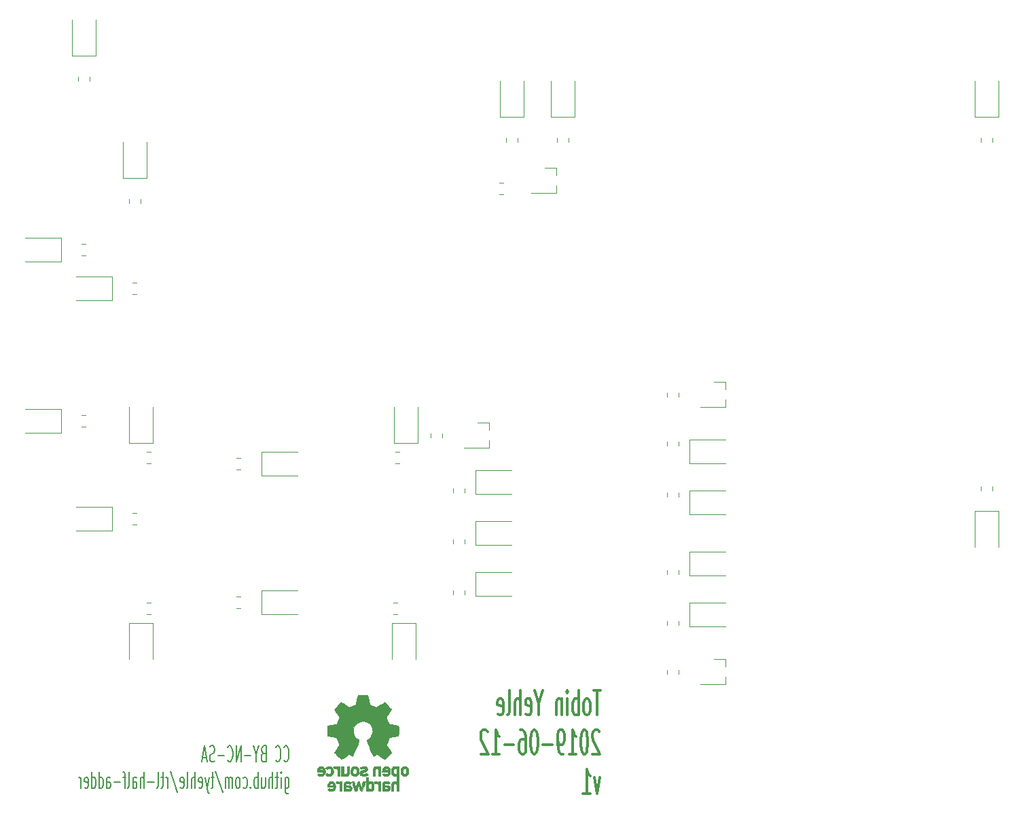
<source format=gbo>
G04 #@! TF.GenerationSoftware,KiCad,Pcbnew,5.0.2-bee76a0~70~ubuntu16.04.1*
G04 #@! TF.CreationDate,2019-09-17T19:16:02-07:00*
G04 #@! TF.ProjectId,rtl-half-adder,72746c2d-6861-46c6-962d-61646465722e,v1*
G04 #@! TF.SameCoordinates,Original*
G04 #@! TF.FileFunction,Legend,Bot*
G04 #@! TF.FilePolarity,Positive*
%FSLAX46Y46*%
G04 Gerber Fmt 4.6, Leading zero omitted, Abs format (unit mm)*
G04 Created by KiCad (PCBNEW 5.0.2-bee76a0~70~ubuntu16.04.1) date Tue 17 Sep 2019 07:16:02 PM PDT*
%MOMM*%
%LPD*%
G01*
G04 APERTURE LIST*
%ADD10C,0.203200*%
%ADD11C,0.304800*%
%ADD12C,0.120000*%
%ADD13C,0.010000*%
G04 APERTURE END LIST*
D10*
X101661443Y-145150114D02*
X101709824Y-145246876D01*
X101854967Y-145343638D01*
X101951729Y-145343638D01*
X102096872Y-145246876D01*
X102193634Y-145053352D01*
X102242015Y-144859828D01*
X102290396Y-144472780D01*
X102290396Y-144182495D01*
X102242015Y-143795447D01*
X102193634Y-143601923D01*
X102096872Y-143408400D01*
X101951729Y-143311638D01*
X101854967Y-143311638D01*
X101709824Y-143408400D01*
X101661443Y-143505161D01*
X100645443Y-145150114D02*
X100693824Y-145246876D01*
X100838967Y-145343638D01*
X100935729Y-145343638D01*
X101080872Y-145246876D01*
X101177634Y-145053352D01*
X101226015Y-144859828D01*
X101274396Y-144472780D01*
X101274396Y-144182495D01*
X101226015Y-143795447D01*
X101177634Y-143601923D01*
X101080872Y-143408400D01*
X100935729Y-143311638D01*
X100838967Y-143311638D01*
X100693824Y-143408400D01*
X100645443Y-143505161D01*
X99097253Y-144279257D02*
X98952110Y-144376019D01*
X98903729Y-144472780D01*
X98855348Y-144666304D01*
X98855348Y-144956590D01*
X98903729Y-145150114D01*
X98952110Y-145246876D01*
X99048872Y-145343638D01*
X99435920Y-145343638D01*
X99435920Y-143311638D01*
X99097253Y-143311638D01*
X99000491Y-143408400D01*
X98952110Y-143505161D01*
X98903729Y-143698685D01*
X98903729Y-143892209D01*
X98952110Y-144085733D01*
X99000491Y-144182495D01*
X99097253Y-144279257D01*
X99435920Y-144279257D01*
X98226396Y-144376019D02*
X98226396Y-145343638D01*
X98565062Y-143311638D02*
X98226396Y-144376019D01*
X97887729Y-143311638D01*
X97549062Y-144569542D02*
X96774967Y-144569542D01*
X96291158Y-145343638D02*
X96291158Y-143311638D01*
X95710586Y-145343638D01*
X95710586Y-143311638D01*
X94646205Y-145150114D02*
X94694586Y-145246876D01*
X94839729Y-145343638D01*
X94936491Y-145343638D01*
X95081634Y-145246876D01*
X95178396Y-145053352D01*
X95226777Y-144859828D01*
X95275158Y-144472780D01*
X95275158Y-144182495D01*
X95226777Y-143795447D01*
X95178396Y-143601923D01*
X95081634Y-143408400D01*
X94936491Y-143311638D01*
X94839729Y-143311638D01*
X94694586Y-143408400D01*
X94646205Y-143505161D01*
X94210777Y-144569542D02*
X93436681Y-144569542D01*
X93001253Y-145246876D02*
X92856110Y-145343638D01*
X92614205Y-145343638D01*
X92517443Y-145246876D01*
X92469062Y-145150114D01*
X92420681Y-144956590D01*
X92420681Y-144763066D01*
X92469062Y-144569542D01*
X92517443Y-144472780D01*
X92614205Y-144376019D01*
X92807729Y-144279257D01*
X92904491Y-144182495D01*
X92952872Y-144085733D01*
X93001253Y-143892209D01*
X93001253Y-143698685D01*
X92952872Y-143505161D01*
X92904491Y-143408400D01*
X92807729Y-143311638D01*
X92565824Y-143311638D01*
X92420681Y-143408400D01*
X92033634Y-144763066D02*
X91549824Y-144763066D01*
X92130396Y-145343638D02*
X91791729Y-143311638D01*
X91453062Y-145343638D01*
X101806586Y-147240171D02*
X101806586Y-148885123D01*
X101854967Y-149078647D01*
X101903348Y-149175409D01*
X102000110Y-149272171D01*
X102145253Y-149272171D01*
X102242015Y-149175409D01*
X101806586Y-148498076D02*
X101903348Y-148594838D01*
X102096872Y-148594838D01*
X102193634Y-148498076D01*
X102242015Y-148401314D01*
X102290396Y-148207790D01*
X102290396Y-147627219D01*
X102242015Y-147433695D01*
X102193634Y-147336933D01*
X102096872Y-147240171D01*
X101903348Y-147240171D01*
X101806586Y-147336933D01*
X101322777Y-148594838D02*
X101322777Y-147240171D01*
X101322777Y-146562838D02*
X101371158Y-146659600D01*
X101322777Y-146756361D01*
X101274396Y-146659600D01*
X101322777Y-146562838D01*
X101322777Y-146756361D01*
X100984110Y-147240171D02*
X100597062Y-147240171D01*
X100838967Y-146562838D02*
X100838967Y-148304552D01*
X100790586Y-148498076D01*
X100693824Y-148594838D01*
X100597062Y-148594838D01*
X100258396Y-148594838D02*
X100258396Y-146562838D01*
X99822967Y-148594838D02*
X99822967Y-147530457D01*
X99871348Y-147336933D01*
X99968110Y-147240171D01*
X100113253Y-147240171D01*
X100210015Y-147336933D01*
X100258396Y-147433695D01*
X98903729Y-147240171D02*
X98903729Y-148594838D01*
X99339158Y-147240171D02*
X99339158Y-148304552D01*
X99290777Y-148498076D01*
X99194015Y-148594838D01*
X99048872Y-148594838D01*
X98952110Y-148498076D01*
X98903729Y-148401314D01*
X98419920Y-148594838D02*
X98419920Y-146562838D01*
X98419920Y-147336933D02*
X98323158Y-147240171D01*
X98129634Y-147240171D01*
X98032872Y-147336933D01*
X97984491Y-147433695D01*
X97936110Y-147627219D01*
X97936110Y-148207790D01*
X97984491Y-148401314D01*
X98032872Y-148498076D01*
X98129634Y-148594838D01*
X98323158Y-148594838D01*
X98419920Y-148498076D01*
X97500681Y-148401314D02*
X97452300Y-148498076D01*
X97500681Y-148594838D01*
X97549062Y-148498076D01*
X97500681Y-148401314D01*
X97500681Y-148594838D01*
X96581443Y-148498076D02*
X96678205Y-148594838D01*
X96871729Y-148594838D01*
X96968491Y-148498076D01*
X97016872Y-148401314D01*
X97065253Y-148207790D01*
X97065253Y-147627219D01*
X97016872Y-147433695D01*
X96968491Y-147336933D01*
X96871729Y-147240171D01*
X96678205Y-147240171D01*
X96581443Y-147336933D01*
X96000872Y-148594838D02*
X96097634Y-148498076D01*
X96146015Y-148401314D01*
X96194396Y-148207790D01*
X96194396Y-147627219D01*
X96146015Y-147433695D01*
X96097634Y-147336933D01*
X96000872Y-147240171D01*
X95855729Y-147240171D01*
X95758967Y-147336933D01*
X95710586Y-147433695D01*
X95662205Y-147627219D01*
X95662205Y-148207790D01*
X95710586Y-148401314D01*
X95758967Y-148498076D01*
X95855729Y-148594838D01*
X96000872Y-148594838D01*
X95226777Y-148594838D02*
X95226777Y-147240171D01*
X95226777Y-147433695D02*
X95178396Y-147336933D01*
X95081634Y-147240171D01*
X94936491Y-147240171D01*
X94839729Y-147336933D01*
X94791348Y-147530457D01*
X94791348Y-148594838D01*
X94791348Y-147530457D02*
X94742967Y-147336933D01*
X94646205Y-147240171D01*
X94501062Y-147240171D01*
X94404300Y-147336933D01*
X94355920Y-147530457D01*
X94355920Y-148594838D01*
X93146396Y-146466076D02*
X94017253Y-149078647D01*
X92952872Y-147240171D02*
X92565824Y-147240171D01*
X92807729Y-146562838D02*
X92807729Y-148304552D01*
X92759348Y-148498076D01*
X92662586Y-148594838D01*
X92565824Y-148594838D01*
X92323920Y-147240171D02*
X92082015Y-148594838D01*
X91840110Y-147240171D02*
X92082015Y-148594838D01*
X92178777Y-149078647D01*
X92227158Y-149175409D01*
X92323920Y-149272171D01*
X91066015Y-148498076D02*
X91162777Y-148594838D01*
X91356300Y-148594838D01*
X91453062Y-148498076D01*
X91501443Y-148304552D01*
X91501443Y-147530457D01*
X91453062Y-147336933D01*
X91356300Y-147240171D01*
X91162777Y-147240171D01*
X91066015Y-147336933D01*
X91017634Y-147530457D01*
X91017634Y-147723980D01*
X91501443Y-147917504D01*
X90582205Y-148594838D02*
X90582205Y-146562838D01*
X90146777Y-148594838D02*
X90146777Y-147530457D01*
X90195158Y-147336933D01*
X90291920Y-147240171D01*
X90437062Y-147240171D01*
X90533824Y-147336933D01*
X90582205Y-147433695D01*
X89517824Y-148594838D02*
X89614586Y-148498076D01*
X89662967Y-148304552D01*
X89662967Y-146562838D01*
X88743729Y-148498076D02*
X88840491Y-148594838D01*
X89034015Y-148594838D01*
X89130777Y-148498076D01*
X89179158Y-148304552D01*
X89179158Y-147530457D01*
X89130777Y-147336933D01*
X89034015Y-147240171D01*
X88840491Y-147240171D01*
X88743729Y-147336933D01*
X88695348Y-147530457D01*
X88695348Y-147723980D01*
X89179158Y-147917504D01*
X87534205Y-146466076D02*
X88405062Y-149078647D01*
X87195539Y-148594838D02*
X87195539Y-147240171D01*
X87195539Y-147627219D02*
X87147158Y-147433695D01*
X87098777Y-147336933D01*
X87002015Y-147240171D01*
X86905253Y-147240171D01*
X86711729Y-147240171D02*
X86324681Y-147240171D01*
X86566586Y-146562838D02*
X86566586Y-148304552D01*
X86518205Y-148498076D01*
X86421443Y-148594838D01*
X86324681Y-148594838D01*
X85840872Y-148594838D02*
X85937634Y-148498076D01*
X85986015Y-148304552D01*
X85986015Y-146562838D01*
X85453824Y-147820742D02*
X84679729Y-147820742D01*
X84195920Y-148594838D02*
X84195920Y-146562838D01*
X83760491Y-148594838D02*
X83760491Y-147530457D01*
X83808872Y-147336933D01*
X83905634Y-147240171D01*
X84050777Y-147240171D01*
X84147539Y-147336933D01*
X84195920Y-147433695D01*
X82841253Y-148594838D02*
X82841253Y-147530457D01*
X82889634Y-147336933D01*
X82986396Y-147240171D01*
X83179920Y-147240171D01*
X83276681Y-147336933D01*
X82841253Y-148498076D02*
X82938015Y-148594838D01*
X83179920Y-148594838D01*
X83276681Y-148498076D01*
X83325062Y-148304552D01*
X83325062Y-148111028D01*
X83276681Y-147917504D01*
X83179920Y-147820742D01*
X82938015Y-147820742D01*
X82841253Y-147723980D01*
X82212300Y-148594838D02*
X82309062Y-148498076D01*
X82357443Y-148304552D01*
X82357443Y-146562838D01*
X81970396Y-147240171D02*
X81583348Y-147240171D01*
X81825253Y-148594838D02*
X81825253Y-146853123D01*
X81776872Y-146659600D01*
X81680110Y-146562838D01*
X81583348Y-146562838D01*
X81244681Y-147820742D02*
X80470586Y-147820742D01*
X79551348Y-148594838D02*
X79551348Y-147530457D01*
X79599729Y-147336933D01*
X79696491Y-147240171D01*
X79890015Y-147240171D01*
X79986777Y-147336933D01*
X79551348Y-148498076D02*
X79648110Y-148594838D01*
X79890015Y-148594838D01*
X79986777Y-148498076D01*
X80035158Y-148304552D01*
X80035158Y-148111028D01*
X79986777Y-147917504D01*
X79890015Y-147820742D01*
X79648110Y-147820742D01*
X79551348Y-147723980D01*
X78632110Y-148594838D02*
X78632110Y-146562838D01*
X78632110Y-148498076D02*
X78728872Y-148594838D01*
X78922396Y-148594838D01*
X79019158Y-148498076D01*
X79067539Y-148401314D01*
X79115920Y-148207790D01*
X79115920Y-147627219D01*
X79067539Y-147433695D01*
X79019158Y-147336933D01*
X78922396Y-147240171D01*
X78728872Y-147240171D01*
X78632110Y-147336933D01*
X77712872Y-148594838D02*
X77712872Y-146562838D01*
X77712872Y-148498076D02*
X77809634Y-148594838D01*
X78003158Y-148594838D01*
X78099920Y-148498076D01*
X78148300Y-148401314D01*
X78196681Y-148207790D01*
X78196681Y-147627219D01*
X78148300Y-147433695D01*
X78099920Y-147336933D01*
X78003158Y-147240171D01*
X77809634Y-147240171D01*
X77712872Y-147336933D01*
X76842015Y-148498076D02*
X76938777Y-148594838D01*
X77132300Y-148594838D01*
X77229062Y-148498076D01*
X77277443Y-148304552D01*
X77277443Y-147530457D01*
X77229062Y-147336933D01*
X77132300Y-147240171D01*
X76938777Y-147240171D01*
X76842015Y-147336933D01*
X76793634Y-147530457D01*
X76793634Y-147723980D01*
X77277443Y-147917504D01*
X76358205Y-148594838D02*
X76358205Y-147240171D01*
X76358205Y-147627219D02*
X76309824Y-147433695D01*
X76261443Y-147336933D01*
X76164681Y-147240171D01*
X76067920Y-147240171D01*
D11*
X141134737Y-136456057D02*
X140263880Y-136456057D01*
X140699308Y-139504057D02*
X140699308Y-136456057D01*
X139538165Y-139504057D02*
X139683308Y-139358914D01*
X139755880Y-139213771D01*
X139828451Y-138923485D01*
X139828451Y-138052628D01*
X139755880Y-137762342D01*
X139683308Y-137617200D01*
X139538165Y-137472057D01*
X139320451Y-137472057D01*
X139175308Y-137617200D01*
X139102737Y-137762342D01*
X139030165Y-138052628D01*
X139030165Y-138923485D01*
X139102737Y-139213771D01*
X139175308Y-139358914D01*
X139320451Y-139504057D01*
X139538165Y-139504057D01*
X138377022Y-139504057D02*
X138377022Y-136456057D01*
X138377022Y-137617200D02*
X138231880Y-137472057D01*
X137941594Y-137472057D01*
X137796451Y-137617200D01*
X137723880Y-137762342D01*
X137651308Y-138052628D01*
X137651308Y-138923485D01*
X137723880Y-139213771D01*
X137796451Y-139358914D01*
X137941594Y-139504057D01*
X138231880Y-139504057D01*
X138377022Y-139358914D01*
X136998165Y-139504057D02*
X136998165Y-137472057D01*
X136998165Y-136456057D02*
X137070737Y-136601200D01*
X136998165Y-136746342D01*
X136925594Y-136601200D01*
X136998165Y-136456057D01*
X136998165Y-136746342D01*
X136272451Y-137472057D02*
X136272451Y-139504057D01*
X136272451Y-137762342D02*
X136199880Y-137617200D01*
X136054737Y-137472057D01*
X135837022Y-137472057D01*
X135691880Y-137617200D01*
X135619308Y-137907485D01*
X135619308Y-139504057D01*
X133442165Y-138052628D02*
X133442165Y-139504057D01*
X133950165Y-136456057D02*
X133442165Y-138052628D01*
X132934165Y-136456057D01*
X131845594Y-139358914D02*
X131990737Y-139504057D01*
X132281022Y-139504057D01*
X132426165Y-139358914D01*
X132498737Y-139068628D01*
X132498737Y-137907485D01*
X132426165Y-137617200D01*
X132281022Y-137472057D01*
X131990737Y-137472057D01*
X131845594Y-137617200D01*
X131773022Y-137907485D01*
X131773022Y-138197771D01*
X132498737Y-138488057D01*
X131119880Y-139504057D02*
X131119880Y-136456057D01*
X130466737Y-139504057D02*
X130466737Y-137907485D01*
X130539308Y-137617200D01*
X130684451Y-137472057D01*
X130902165Y-137472057D01*
X131047308Y-137617200D01*
X131119880Y-137762342D01*
X129523308Y-139504057D02*
X129668451Y-139358914D01*
X129741022Y-139068628D01*
X129741022Y-136456057D01*
X128362165Y-139358914D02*
X128507308Y-139504057D01*
X128797594Y-139504057D01*
X128942737Y-139358914D01*
X129015308Y-139068628D01*
X129015308Y-137907485D01*
X128942737Y-137617200D01*
X128797594Y-137472057D01*
X128507308Y-137472057D01*
X128362165Y-137617200D01*
X128289594Y-137907485D01*
X128289594Y-138197771D01*
X129015308Y-138488057D01*
X140989594Y-141623142D02*
X140917022Y-141478000D01*
X140771880Y-141332857D01*
X140409022Y-141332857D01*
X140263880Y-141478000D01*
X140191308Y-141623142D01*
X140118737Y-141913428D01*
X140118737Y-142203714D01*
X140191308Y-142639142D01*
X141062165Y-144380857D01*
X140118737Y-144380857D01*
X139175308Y-141332857D02*
X139030165Y-141332857D01*
X138885022Y-141478000D01*
X138812451Y-141623142D01*
X138739880Y-141913428D01*
X138667308Y-142494000D01*
X138667308Y-143219714D01*
X138739880Y-143800285D01*
X138812451Y-144090571D01*
X138885022Y-144235714D01*
X139030165Y-144380857D01*
X139175308Y-144380857D01*
X139320451Y-144235714D01*
X139393022Y-144090571D01*
X139465594Y-143800285D01*
X139538165Y-143219714D01*
X139538165Y-142494000D01*
X139465594Y-141913428D01*
X139393022Y-141623142D01*
X139320451Y-141478000D01*
X139175308Y-141332857D01*
X137215880Y-144380857D02*
X138086737Y-144380857D01*
X137651308Y-144380857D02*
X137651308Y-141332857D01*
X137796451Y-141768285D01*
X137941594Y-142058571D01*
X138086737Y-142203714D01*
X136490165Y-144380857D02*
X136199880Y-144380857D01*
X136054737Y-144235714D01*
X135982165Y-144090571D01*
X135837022Y-143655142D01*
X135764451Y-143074571D01*
X135764451Y-141913428D01*
X135837022Y-141623142D01*
X135909594Y-141478000D01*
X136054737Y-141332857D01*
X136345022Y-141332857D01*
X136490165Y-141478000D01*
X136562737Y-141623142D01*
X136635308Y-141913428D01*
X136635308Y-142639142D01*
X136562737Y-142929428D01*
X136490165Y-143074571D01*
X136345022Y-143219714D01*
X136054737Y-143219714D01*
X135909594Y-143074571D01*
X135837022Y-142929428D01*
X135764451Y-142639142D01*
X135111308Y-143219714D02*
X133950165Y-143219714D01*
X132934165Y-141332857D02*
X132789022Y-141332857D01*
X132643880Y-141478000D01*
X132571308Y-141623142D01*
X132498737Y-141913428D01*
X132426165Y-142494000D01*
X132426165Y-143219714D01*
X132498737Y-143800285D01*
X132571308Y-144090571D01*
X132643880Y-144235714D01*
X132789022Y-144380857D01*
X132934165Y-144380857D01*
X133079308Y-144235714D01*
X133151880Y-144090571D01*
X133224451Y-143800285D01*
X133297022Y-143219714D01*
X133297022Y-142494000D01*
X133224451Y-141913428D01*
X133151880Y-141623142D01*
X133079308Y-141478000D01*
X132934165Y-141332857D01*
X131119880Y-141332857D02*
X131410165Y-141332857D01*
X131555308Y-141478000D01*
X131627880Y-141623142D01*
X131773022Y-142058571D01*
X131845594Y-142639142D01*
X131845594Y-143800285D01*
X131773022Y-144090571D01*
X131700451Y-144235714D01*
X131555308Y-144380857D01*
X131265022Y-144380857D01*
X131119880Y-144235714D01*
X131047308Y-144090571D01*
X130974737Y-143800285D01*
X130974737Y-143074571D01*
X131047308Y-142784285D01*
X131119880Y-142639142D01*
X131265022Y-142494000D01*
X131555308Y-142494000D01*
X131700451Y-142639142D01*
X131773022Y-142784285D01*
X131845594Y-143074571D01*
X130321594Y-143219714D02*
X129160451Y-143219714D01*
X127636451Y-144380857D02*
X128507308Y-144380857D01*
X128071880Y-144380857D02*
X128071880Y-141332857D01*
X128217022Y-141768285D01*
X128362165Y-142058571D01*
X128507308Y-142203714D01*
X127055880Y-141623142D02*
X126983308Y-141478000D01*
X126838165Y-141332857D01*
X126475308Y-141332857D01*
X126330165Y-141478000D01*
X126257594Y-141623142D01*
X126185022Y-141913428D01*
X126185022Y-142203714D01*
X126257594Y-142639142D01*
X127128451Y-144380857D01*
X126185022Y-144380857D01*
X141062165Y-147225657D02*
X140699308Y-149257657D01*
X140336451Y-147225657D01*
X138957594Y-149257657D02*
X139828451Y-149257657D01*
X139393022Y-149257657D02*
X139393022Y-146209657D01*
X139538165Y-146645085D01*
X139683308Y-146935371D01*
X139828451Y-147080514D01*
D12*
G04 #@! TO.C,Q17*
X127252000Y-103068000D02*
X125792000Y-103068000D01*
X127252000Y-106228000D02*
X124092000Y-106228000D01*
X127252000Y-106228000D02*
X127252000Y-105298000D01*
X127252000Y-103068000D02*
X127252000Y-103998000D01*
G04 #@! TO.C,Q18*
X156716000Y-97988000D02*
X155256000Y-97988000D01*
X156716000Y-101148000D02*
X153556000Y-101148000D01*
X156716000Y-101148000D02*
X156716000Y-100218000D01*
X156716000Y-97988000D02*
X156716000Y-98918000D01*
G04 #@! TO.C,R28*
X129039252Y-74624000D02*
X128516748Y-74624000D01*
X129039252Y-73204000D02*
X128516748Y-73204000D01*
G04 #@! TO.C,R29*
X130758000Y-67556748D02*
X130758000Y-68079252D01*
X129338000Y-67556748D02*
X129338000Y-68079252D01*
G04 #@! TO.C,R34*
X124154000Y-123944748D02*
X124154000Y-124467252D01*
X122734000Y-123944748D02*
X122734000Y-124467252D01*
G04 #@! TO.C,R35*
X150824000Y-99306748D02*
X150824000Y-99829252D01*
X149404000Y-99306748D02*
X149404000Y-99829252D01*
G04 #@! TO.C,R36*
X149404000Y-105925252D02*
X149404000Y-105402748D01*
X150824000Y-105925252D02*
X150824000Y-105402748D01*
G04 #@! TO.C,R37*
X149404000Y-112275252D02*
X149404000Y-111752748D01*
X150824000Y-112275252D02*
X150824000Y-111752748D01*
G04 #@! TO.C,R39*
X150824000Y-121404748D02*
X150824000Y-121927252D01*
X149404000Y-121404748D02*
X149404000Y-121927252D01*
G04 #@! TO.C,R30*
X137108000Y-67547748D02*
X137108000Y-68070252D01*
X135688000Y-67547748D02*
X135688000Y-68070252D01*
G04 #@! TO.C,R31*
X121360000Y-104386748D02*
X121360000Y-104909252D01*
X119940000Y-104386748D02*
X119940000Y-104909252D01*
G04 #@! TO.C,Q16*
X135634000Y-71318000D02*
X134174000Y-71318000D01*
X135634000Y-74478000D02*
X132474000Y-74478000D01*
X135634000Y-74478000D02*
X135634000Y-73548000D01*
X135634000Y-71318000D02*
X135634000Y-72248000D01*
G04 #@! TO.C,Q19*
X156716000Y-132532000D02*
X155256000Y-132532000D01*
X156716000Y-135692000D02*
X153556000Y-135692000D01*
X156716000Y-135692000D02*
X156716000Y-134762000D01*
X156716000Y-132532000D02*
X156716000Y-133462000D01*
G04 #@! TO.C,R32*
X124154000Y-111244748D02*
X124154000Y-111767252D01*
X122734000Y-111244748D02*
X122734000Y-111767252D01*
G04 #@! TO.C,R33*
X124154000Y-117594748D02*
X124154000Y-118117252D01*
X122734000Y-117594748D02*
X122734000Y-118117252D01*
G04 #@! TO.C,R38*
X150824000Y-133850748D02*
X150824000Y-134373252D01*
X149404000Y-133850748D02*
X149404000Y-134373252D01*
G04 #@! TO.C,R40*
X150824000Y-127754748D02*
X150824000Y-128277252D01*
X149404000Y-127754748D02*
X149404000Y-128277252D01*
G04 #@! TO.C,R41*
X75998000Y-59945748D02*
X75998000Y-60468252D01*
X77418000Y-59945748D02*
X77418000Y-60468252D01*
G04 #@! TO.C,R42*
X76446748Y-80824000D02*
X76969252Y-80824000D01*
X76446748Y-82244000D02*
X76969252Y-82244000D01*
G04 #@! TO.C,R43*
X76446748Y-103580000D02*
X76969252Y-103580000D01*
X76446748Y-102160000D02*
X76969252Y-102160000D01*
G04 #@! TO.C,R44*
X84574748Y-108152000D02*
X85097252Y-108152000D01*
X84574748Y-106732000D02*
X85097252Y-106732000D01*
G04 #@! TO.C,R45*
X96264252Y-107494000D02*
X95741748Y-107494000D01*
X96264252Y-108914000D02*
X95741748Y-108914000D01*
G04 #@! TO.C,R46*
X116085252Y-108152000D02*
X115562748Y-108152000D01*
X116085252Y-106732000D02*
X115562748Y-106732000D01*
G04 #@! TO.C,R47*
X83768000Y-75176748D02*
X83768000Y-75699252D01*
X82348000Y-75176748D02*
X82348000Y-75699252D01*
G04 #@! TO.C,R48*
X82796748Y-87070000D02*
X83319252Y-87070000D01*
X82796748Y-85650000D02*
X83319252Y-85650000D01*
G04 #@! TO.C,R49*
X82796748Y-115772000D02*
X83319252Y-115772000D01*
X82796748Y-114352000D02*
X83319252Y-114352000D01*
G04 #@! TO.C,R50*
X84574748Y-125528000D02*
X85097252Y-125528000D01*
X84574748Y-126948000D02*
X85097252Y-126948000D01*
G04 #@! TO.C,R51*
X96273252Y-126186000D02*
X95750748Y-126186000D01*
X96273252Y-124766000D02*
X95750748Y-124766000D01*
G04 #@! TO.C,R52*
X115831252Y-126948000D02*
X115308748Y-126948000D01*
X115831252Y-125528000D02*
X115308748Y-125528000D01*
G04 #@! TO.C,R53*
X188520000Y-67556748D02*
X188520000Y-68079252D01*
X189940000Y-67556748D02*
X189940000Y-68079252D01*
G04 #@! TO.C,R54*
X188520000Y-111513252D02*
X188520000Y-110990748D01*
X189940000Y-111513252D02*
X189940000Y-110990748D01*
D13*
G04 #@! TO.C,REF\002A\002A*
G36*
X110759465Y-137635172D02*
X110646883Y-138232363D01*
X110231469Y-138403610D01*
X109816056Y-138574857D01*
X109317698Y-138235978D01*
X109178132Y-138141622D01*
X109051972Y-138057375D01*
X108945105Y-137987083D01*
X108863418Y-137934592D01*
X108812799Y-137903749D01*
X108799014Y-137897098D01*
X108774180Y-137914203D01*
X108721112Y-137961489D01*
X108645760Y-138032917D01*
X108554071Y-138122445D01*
X108451993Y-138224034D01*
X108345474Y-138331643D01*
X108240464Y-138439232D01*
X108142909Y-138540760D01*
X108058758Y-138630186D01*
X107993960Y-138701471D01*
X107954462Y-138748573D01*
X107945020Y-138764337D01*
X107958609Y-138793398D01*
X107996707Y-138857066D01*
X108055306Y-138949112D01*
X108130403Y-139063309D01*
X108217991Y-139193429D01*
X108268746Y-139267646D01*
X108361255Y-139403167D01*
X108443460Y-139525461D01*
X108511370Y-139628440D01*
X108561000Y-139706018D01*
X108588360Y-139752106D01*
X108592471Y-139761792D01*
X108583151Y-139789319D01*
X108557746Y-139853473D01*
X108520089Y-139945235D01*
X108474014Y-140055584D01*
X108423354Y-140175500D01*
X108371941Y-140295964D01*
X108323611Y-140407954D01*
X108282194Y-140502452D01*
X108251526Y-140570437D01*
X108235438Y-140602888D01*
X108234489Y-140604165D01*
X108209228Y-140610362D01*
X108141954Y-140624185D01*
X108039640Y-140644277D01*
X107909259Y-140669279D01*
X107757784Y-140697831D01*
X107669406Y-140714296D01*
X107507548Y-140745114D01*
X107361351Y-140774439D01*
X107238213Y-140800666D01*
X107145531Y-140822191D01*
X107090699Y-140837410D01*
X107079677Y-140842238D01*
X107068881Y-140874919D01*
X107060171Y-140948730D01*
X107053540Y-141055037D01*
X107048982Y-141185212D01*
X107046491Y-141330621D01*
X107046062Y-141482635D01*
X107047689Y-141632622D01*
X107051365Y-141771951D01*
X107057085Y-141891990D01*
X107064842Y-141984110D01*
X107074632Y-142039677D01*
X107080504Y-142051245D01*
X107115601Y-142065110D01*
X107189972Y-142084933D01*
X107293777Y-142108384D01*
X107417181Y-142133136D01*
X107460259Y-142141143D01*
X107667953Y-142179186D01*
X107832016Y-142209824D01*
X107957870Y-142234274D01*
X108050935Y-142253754D01*
X108116633Y-142269481D01*
X108160383Y-142282673D01*
X108187608Y-142294549D01*
X108203728Y-142306325D01*
X108205983Y-142308653D01*
X108228497Y-142346145D01*
X108262842Y-142419110D01*
X108305589Y-142518612D01*
X108353308Y-142635718D01*
X108402570Y-142761493D01*
X108449945Y-142887002D01*
X108492005Y-143003310D01*
X108525320Y-143101484D01*
X108546459Y-143172588D01*
X108551995Y-143207687D01*
X108551534Y-143208917D01*
X108532777Y-143237606D01*
X108490224Y-143300730D01*
X108428347Y-143391718D01*
X108351618Y-143504000D01*
X108264509Y-143631005D01*
X108239701Y-143667098D01*
X108151247Y-143797948D01*
X108073412Y-143917336D01*
X108010434Y-144018407D01*
X107966555Y-144094304D01*
X107946015Y-144138172D01*
X107945020Y-144143562D01*
X107962278Y-144171889D01*
X108009964Y-144228006D01*
X108081950Y-144305882D01*
X108172103Y-144399485D01*
X108274295Y-144502786D01*
X108382394Y-144609751D01*
X108490272Y-144714351D01*
X108591796Y-144810554D01*
X108680838Y-144892329D01*
X108751267Y-144953645D01*
X108796953Y-144988471D01*
X108809591Y-144994157D01*
X108839009Y-144980765D01*
X108899239Y-144944644D01*
X108980470Y-144891881D01*
X109042970Y-144849412D01*
X109156215Y-144771485D01*
X109290326Y-144679729D01*
X109424845Y-144588120D01*
X109497167Y-144539091D01*
X109741962Y-144373515D01*
X109947449Y-144484620D01*
X110041064Y-144533293D01*
X110120670Y-144571126D01*
X110174533Y-144592703D01*
X110188243Y-144595706D01*
X110204730Y-144573538D01*
X110237255Y-144510894D01*
X110283391Y-144413554D01*
X110340710Y-144287294D01*
X110406784Y-144137895D01*
X110479185Y-143971133D01*
X110555484Y-143792787D01*
X110633254Y-143608636D01*
X110710066Y-143424457D01*
X110783494Y-143246030D01*
X110851108Y-143079132D01*
X110910480Y-142929542D01*
X110959184Y-142803038D01*
X110994790Y-142705399D01*
X111014870Y-142642402D01*
X111018100Y-142620766D01*
X110992504Y-142593169D01*
X110936461Y-142548370D01*
X110861689Y-142495679D01*
X110855413Y-142491510D01*
X110662155Y-142336814D01*
X110506326Y-142156336D01*
X110389276Y-141955847D01*
X110312355Y-141741119D01*
X110276914Y-141517922D01*
X110284303Y-141292026D01*
X110335873Y-141069204D01*
X110432974Y-140855224D01*
X110461542Y-140808409D01*
X110610132Y-140619363D01*
X110785673Y-140467557D01*
X110982090Y-140353779D01*
X111193307Y-140278820D01*
X111413247Y-140243467D01*
X111635837Y-140248512D01*
X111854999Y-140294744D01*
X112064658Y-140382951D01*
X112258739Y-140513924D01*
X112318774Y-140567082D01*
X112471565Y-140733484D01*
X112582903Y-140908657D01*
X112659277Y-141105011D01*
X112701813Y-141299462D01*
X112712314Y-141518087D01*
X112677299Y-141737797D01*
X112600327Y-141951165D01*
X112484953Y-142150767D01*
X112334734Y-142329174D01*
X112153227Y-142478962D01*
X112129373Y-142494751D01*
X112053799Y-142546457D01*
X111996349Y-142591257D01*
X111968883Y-142619862D01*
X111968483Y-142620766D01*
X111974380Y-142651709D01*
X111997755Y-142721936D01*
X112036179Y-142825670D01*
X112087223Y-142957135D01*
X112148458Y-143110552D01*
X112217456Y-143280146D01*
X112291786Y-143460138D01*
X112369022Y-143644753D01*
X112446732Y-143828213D01*
X112522489Y-144004741D01*
X112593863Y-144168559D01*
X112658426Y-144313892D01*
X112713748Y-144434962D01*
X112757400Y-144525992D01*
X112786954Y-144581205D01*
X112798856Y-144595706D01*
X112835223Y-144584414D01*
X112903270Y-144554130D01*
X112991263Y-144510265D01*
X113039649Y-144484620D01*
X113245137Y-144373515D01*
X113489932Y-144539091D01*
X113614894Y-144623915D01*
X113751705Y-144717261D01*
X113879911Y-144805153D01*
X113944129Y-144849412D01*
X114034449Y-144910063D01*
X114110929Y-144958126D01*
X114163593Y-144987515D01*
X114180698Y-144993727D01*
X114205595Y-144976968D01*
X114260695Y-144930181D01*
X114340657Y-144858225D01*
X114440139Y-144765957D01*
X114553800Y-144658235D01*
X114625685Y-144589071D01*
X114751449Y-144465502D01*
X114860137Y-144354979D01*
X114947355Y-144262230D01*
X115008711Y-144191982D01*
X115039809Y-144148965D01*
X115042792Y-144140235D01*
X115028947Y-144107029D01*
X114990688Y-144039887D01*
X114932258Y-143945608D01*
X114857903Y-143830990D01*
X114771865Y-143702828D01*
X114747397Y-143667098D01*
X114658245Y-143537234D01*
X114578262Y-143420314D01*
X114511920Y-143322907D01*
X114463689Y-143251584D01*
X114438043Y-143212915D01*
X114435565Y-143208917D01*
X114439271Y-143178100D01*
X114458939Y-143110344D01*
X114491140Y-143014584D01*
X114532445Y-142899754D01*
X114579425Y-142774789D01*
X114628651Y-142648624D01*
X114676692Y-142530193D01*
X114720119Y-142428430D01*
X114755504Y-142352271D01*
X114779416Y-142310649D01*
X114781116Y-142308653D01*
X114795738Y-142296758D01*
X114820435Y-142284995D01*
X114860628Y-142272146D01*
X114921737Y-142256994D01*
X115009183Y-142238321D01*
X115128388Y-142214910D01*
X115284773Y-142185542D01*
X115483757Y-142149000D01*
X115526840Y-142141143D01*
X115654529Y-142116472D01*
X115765847Y-142092338D01*
X115850955Y-142071069D01*
X115900017Y-142054993D01*
X115906595Y-142051245D01*
X115917436Y-142018018D01*
X115926247Y-141943766D01*
X115933024Y-141837121D01*
X115937760Y-141706712D01*
X115940450Y-141561172D01*
X115941087Y-141409131D01*
X115939666Y-141259221D01*
X115936180Y-141120073D01*
X115930624Y-141000317D01*
X115922992Y-140908586D01*
X115913278Y-140853511D01*
X115907422Y-140842238D01*
X115874820Y-140830868D01*
X115800582Y-140812369D01*
X115692104Y-140788347D01*
X115556783Y-140760407D01*
X115402015Y-140730153D01*
X115317692Y-140714296D01*
X115157704Y-140684389D01*
X115015033Y-140657295D01*
X114896652Y-140634376D01*
X114809535Y-140616988D01*
X114760655Y-140606492D01*
X114752610Y-140604165D01*
X114739013Y-140577931D01*
X114710271Y-140514740D01*
X114670215Y-140423622D01*
X114622676Y-140313602D01*
X114571485Y-140193710D01*
X114520474Y-140072972D01*
X114473474Y-139960416D01*
X114434316Y-139865071D01*
X114406831Y-139795962D01*
X114394851Y-139762119D01*
X114394628Y-139760640D01*
X114408209Y-139733942D01*
X114446285Y-139672505D01*
X114504853Y-139582434D01*
X114579912Y-139469835D01*
X114667460Y-139340815D01*
X114718353Y-139266706D01*
X114811091Y-139130822D01*
X114893459Y-139007454D01*
X114961439Y-138902842D01*
X115011012Y-138823228D01*
X115038158Y-138774852D01*
X115042079Y-138764007D01*
X115025225Y-138738765D01*
X114978632Y-138684869D01*
X114908251Y-138608358D01*
X114820035Y-138515268D01*
X114719935Y-138411640D01*
X114613902Y-138303509D01*
X114507889Y-138196915D01*
X114407848Y-138097895D01*
X114319730Y-138012487D01*
X114249487Y-137946730D01*
X114203072Y-137906661D01*
X114187544Y-137897098D01*
X114162261Y-137910545D01*
X114101789Y-137948320D01*
X114012008Y-138006580D01*
X113898797Y-138081479D01*
X113768036Y-138169170D01*
X113669400Y-138235978D01*
X113171043Y-138574857D01*
X112755629Y-138403610D01*
X112340216Y-138232363D01*
X112227634Y-137635172D01*
X112115051Y-137037980D01*
X110872048Y-137037980D01*
X110759465Y-137635172D01*
X110759465Y-137635172D01*
G37*
X110759465Y-137635172D02*
X110646883Y-138232363D01*
X110231469Y-138403610D01*
X109816056Y-138574857D01*
X109317698Y-138235978D01*
X109178132Y-138141622D01*
X109051972Y-138057375D01*
X108945105Y-137987083D01*
X108863418Y-137934592D01*
X108812799Y-137903749D01*
X108799014Y-137897098D01*
X108774180Y-137914203D01*
X108721112Y-137961489D01*
X108645760Y-138032917D01*
X108554071Y-138122445D01*
X108451993Y-138224034D01*
X108345474Y-138331643D01*
X108240464Y-138439232D01*
X108142909Y-138540760D01*
X108058758Y-138630186D01*
X107993960Y-138701471D01*
X107954462Y-138748573D01*
X107945020Y-138764337D01*
X107958609Y-138793398D01*
X107996707Y-138857066D01*
X108055306Y-138949112D01*
X108130403Y-139063309D01*
X108217991Y-139193429D01*
X108268746Y-139267646D01*
X108361255Y-139403167D01*
X108443460Y-139525461D01*
X108511370Y-139628440D01*
X108561000Y-139706018D01*
X108588360Y-139752106D01*
X108592471Y-139761792D01*
X108583151Y-139789319D01*
X108557746Y-139853473D01*
X108520089Y-139945235D01*
X108474014Y-140055584D01*
X108423354Y-140175500D01*
X108371941Y-140295964D01*
X108323611Y-140407954D01*
X108282194Y-140502452D01*
X108251526Y-140570437D01*
X108235438Y-140602888D01*
X108234489Y-140604165D01*
X108209228Y-140610362D01*
X108141954Y-140624185D01*
X108039640Y-140644277D01*
X107909259Y-140669279D01*
X107757784Y-140697831D01*
X107669406Y-140714296D01*
X107507548Y-140745114D01*
X107361351Y-140774439D01*
X107238213Y-140800666D01*
X107145531Y-140822191D01*
X107090699Y-140837410D01*
X107079677Y-140842238D01*
X107068881Y-140874919D01*
X107060171Y-140948730D01*
X107053540Y-141055037D01*
X107048982Y-141185212D01*
X107046491Y-141330621D01*
X107046062Y-141482635D01*
X107047689Y-141632622D01*
X107051365Y-141771951D01*
X107057085Y-141891990D01*
X107064842Y-141984110D01*
X107074632Y-142039677D01*
X107080504Y-142051245D01*
X107115601Y-142065110D01*
X107189972Y-142084933D01*
X107293777Y-142108384D01*
X107417181Y-142133136D01*
X107460259Y-142141143D01*
X107667953Y-142179186D01*
X107832016Y-142209824D01*
X107957870Y-142234274D01*
X108050935Y-142253754D01*
X108116633Y-142269481D01*
X108160383Y-142282673D01*
X108187608Y-142294549D01*
X108203728Y-142306325D01*
X108205983Y-142308653D01*
X108228497Y-142346145D01*
X108262842Y-142419110D01*
X108305589Y-142518612D01*
X108353308Y-142635718D01*
X108402570Y-142761493D01*
X108449945Y-142887002D01*
X108492005Y-143003310D01*
X108525320Y-143101484D01*
X108546459Y-143172588D01*
X108551995Y-143207687D01*
X108551534Y-143208917D01*
X108532777Y-143237606D01*
X108490224Y-143300730D01*
X108428347Y-143391718D01*
X108351618Y-143504000D01*
X108264509Y-143631005D01*
X108239701Y-143667098D01*
X108151247Y-143797948D01*
X108073412Y-143917336D01*
X108010434Y-144018407D01*
X107966555Y-144094304D01*
X107946015Y-144138172D01*
X107945020Y-144143562D01*
X107962278Y-144171889D01*
X108009964Y-144228006D01*
X108081950Y-144305882D01*
X108172103Y-144399485D01*
X108274295Y-144502786D01*
X108382394Y-144609751D01*
X108490272Y-144714351D01*
X108591796Y-144810554D01*
X108680838Y-144892329D01*
X108751267Y-144953645D01*
X108796953Y-144988471D01*
X108809591Y-144994157D01*
X108839009Y-144980765D01*
X108899239Y-144944644D01*
X108980470Y-144891881D01*
X109042970Y-144849412D01*
X109156215Y-144771485D01*
X109290326Y-144679729D01*
X109424845Y-144588120D01*
X109497167Y-144539091D01*
X109741962Y-144373515D01*
X109947449Y-144484620D01*
X110041064Y-144533293D01*
X110120670Y-144571126D01*
X110174533Y-144592703D01*
X110188243Y-144595706D01*
X110204730Y-144573538D01*
X110237255Y-144510894D01*
X110283391Y-144413554D01*
X110340710Y-144287294D01*
X110406784Y-144137895D01*
X110479185Y-143971133D01*
X110555484Y-143792787D01*
X110633254Y-143608636D01*
X110710066Y-143424457D01*
X110783494Y-143246030D01*
X110851108Y-143079132D01*
X110910480Y-142929542D01*
X110959184Y-142803038D01*
X110994790Y-142705399D01*
X111014870Y-142642402D01*
X111018100Y-142620766D01*
X110992504Y-142593169D01*
X110936461Y-142548370D01*
X110861689Y-142495679D01*
X110855413Y-142491510D01*
X110662155Y-142336814D01*
X110506326Y-142156336D01*
X110389276Y-141955847D01*
X110312355Y-141741119D01*
X110276914Y-141517922D01*
X110284303Y-141292026D01*
X110335873Y-141069204D01*
X110432974Y-140855224D01*
X110461542Y-140808409D01*
X110610132Y-140619363D01*
X110785673Y-140467557D01*
X110982090Y-140353779D01*
X111193307Y-140278820D01*
X111413247Y-140243467D01*
X111635837Y-140248512D01*
X111854999Y-140294744D01*
X112064658Y-140382951D01*
X112258739Y-140513924D01*
X112318774Y-140567082D01*
X112471565Y-140733484D01*
X112582903Y-140908657D01*
X112659277Y-141105011D01*
X112701813Y-141299462D01*
X112712314Y-141518087D01*
X112677299Y-141737797D01*
X112600327Y-141951165D01*
X112484953Y-142150767D01*
X112334734Y-142329174D01*
X112153227Y-142478962D01*
X112129373Y-142494751D01*
X112053799Y-142546457D01*
X111996349Y-142591257D01*
X111968883Y-142619862D01*
X111968483Y-142620766D01*
X111974380Y-142651709D01*
X111997755Y-142721936D01*
X112036179Y-142825670D01*
X112087223Y-142957135D01*
X112148458Y-143110552D01*
X112217456Y-143280146D01*
X112291786Y-143460138D01*
X112369022Y-143644753D01*
X112446732Y-143828213D01*
X112522489Y-144004741D01*
X112593863Y-144168559D01*
X112658426Y-144313892D01*
X112713748Y-144434962D01*
X112757400Y-144525992D01*
X112786954Y-144581205D01*
X112798856Y-144595706D01*
X112835223Y-144584414D01*
X112903270Y-144554130D01*
X112991263Y-144510265D01*
X113039649Y-144484620D01*
X113245137Y-144373515D01*
X113489932Y-144539091D01*
X113614894Y-144623915D01*
X113751705Y-144717261D01*
X113879911Y-144805153D01*
X113944129Y-144849412D01*
X114034449Y-144910063D01*
X114110929Y-144958126D01*
X114163593Y-144987515D01*
X114180698Y-144993727D01*
X114205595Y-144976968D01*
X114260695Y-144930181D01*
X114340657Y-144858225D01*
X114440139Y-144765957D01*
X114553800Y-144658235D01*
X114625685Y-144589071D01*
X114751449Y-144465502D01*
X114860137Y-144354979D01*
X114947355Y-144262230D01*
X115008711Y-144191982D01*
X115039809Y-144148965D01*
X115042792Y-144140235D01*
X115028947Y-144107029D01*
X114990688Y-144039887D01*
X114932258Y-143945608D01*
X114857903Y-143830990D01*
X114771865Y-143702828D01*
X114747397Y-143667098D01*
X114658245Y-143537234D01*
X114578262Y-143420314D01*
X114511920Y-143322907D01*
X114463689Y-143251584D01*
X114438043Y-143212915D01*
X114435565Y-143208917D01*
X114439271Y-143178100D01*
X114458939Y-143110344D01*
X114491140Y-143014584D01*
X114532445Y-142899754D01*
X114579425Y-142774789D01*
X114628651Y-142648624D01*
X114676692Y-142530193D01*
X114720119Y-142428430D01*
X114755504Y-142352271D01*
X114779416Y-142310649D01*
X114781116Y-142308653D01*
X114795738Y-142296758D01*
X114820435Y-142284995D01*
X114860628Y-142272146D01*
X114921737Y-142256994D01*
X115009183Y-142238321D01*
X115128388Y-142214910D01*
X115284773Y-142185542D01*
X115483757Y-142149000D01*
X115526840Y-142141143D01*
X115654529Y-142116472D01*
X115765847Y-142092338D01*
X115850955Y-142071069D01*
X115900017Y-142054993D01*
X115906595Y-142051245D01*
X115917436Y-142018018D01*
X115926247Y-141943766D01*
X115933024Y-141837121D01*
X115937760Y-141706712D01*
X115940450Y-141561172D01*
X115941087Y-141409131D01*
X115939666Y-141259221D01*
X115936180Y-141120073D01*
X115930624Y-141000317D01*
X115922992Y-140908586D01*
X115913278Y-140853511D01*
X115907422Y-140842238D01*
X115874820Y-140830868D01*
X115800582Y-140812369D01*
X115692104Y-140788347D01*
X115556783Y-140760407D01*
X115402015Y-140730153D01*
X115317692Y-140714296D01*
X115157704Y-140684389D01*
X115015033Y-140657295D01*
X114896652Y-140634376D01*
X114809535Y-140616988D01*
X114760655Y-140606492D01*
X114752610Y-140604165D01*
X114739013Y-140577931D01*
X114710271Y-140514740D01*
X114670215Y-140423622D01*
X114622676Y-140313602D01*
X114571485Y-140193710D01*
X114520474Y-140072972D01*
X114473474Y-139960416D01*
X114434316Y-139865071D01*
X114406831Y-139795962D01*
X114394851Y-139762119D01*
X114394628Y-139760640D01*
X114408209Y-139733942D01*
X114446285Y-139672505D01*
X114504853Y-139582434D01*
X114579912Y-139469835D01*
X114667460Y-139340815D01*
X114718353Y-139266706D01*
X114811091Y-139130822D01*
X114893459Y-139007454D01*
X114961439Y-138902842D01*
X115011012Y-138823228D01*
X115038158Y-138774852D01*
X115042079Y-138764007D01*
X115025225Y-138738765D01*
X114978632Y-138684869D01*
X114908251Y-138608358D01*
X114820035Y-138515268D01*
X114719935Y-138411640D01*
X114613902Y-138303509D01*
X114507889Y-138196915D01*
X114407848Y-138097895D01*
X114319730Y-138012487D01*
X114249487Y-137946730D01*
X114203072Y-137906661D01*
X114187544Y-137897098D01*
X114162261Y-137910545D01*
X114101789Y-137948320D01*
X114012008Y-138006580D01*
X113898797Y-138081479D01*
X113768036Y-138169170D01*
X113669400Y-138235978D01*
X113171043Y-138574857D01*
X112755629Y-138403610D01*
X112340216Y-138232363D01*
X112227634Y-137635172D01*
X112115051Y-137037980D01*
X110872048Y-137037980D01*
X110759465Y-137635172D01*
G36*
X107942363Y-145889472D02*
X107856710Y-145915641D01*
X107801563Y-145948707D01*
X107783599Y-145974855D01*
X107788543Y-146005852D01*
X107820628Y-146054547D01*
X107847757Y-146089035D01*
X107903683Y-146151383D01*
X107945701Y-146177615D01*
X107981520Y-146175903D01*
X108087776Y-146148863D01*
X108165811Y-146150091D01*
X108229180Y-146180735D01*
X108250454Y-146198670D01*
X108318549Y-146261779D01*
X108318549Y-147085922D01*
X108592471Y-147085922D01*
X108592471Y-145890628D01*
X108455510Y-145890628D01*
X108373281Y-145893879D01*
X108330856Y-145905426D01*
X108318555Y-145927952D01*
X108318549Y-145928620D01*
X108312740Y-145952215D01*
X108286469Y-145949138D01*
X108250069Y-145932115D01*
X108174889Y-145900439D01*
X108113842Y-145881381D01*
X108035292Y-145876496D01*
X107942363Y-145889472D01*
X107942363Y-145889472D01*
G37*
X107942363Y-145889472D02*
X107856710Y-145915641D01*
X107801563Y-145948707D01*
X107783599Y-145974855D01*
X107788543Y-146005852D01*
X107820628Y-146054547D01*
X107847757Y-146089035D01*
X107903683Y-146151383D01*
X107945701Y-146177615D01*
X107981520Y-146175903D01*
X108087776Y-146148863D01*
X108165811Y-146150091D01*
X108229180Y-146180735D01*
X108250454Y-146198670D01*
X108318549Y-146261779D01*
X108318549Y-147085922D01*
X108592471Y-147085922D01*
X108592471Y-145890628D01*
X108455510Y-145890628D01*
X108373281Y-145893879D01*
X108330856Y-145905426D01*
X108318555Y-145927952D01*
X108318549Y-145928620D01*
X108312740Y-145952215D01*
X108286469Y-145949138D01*
X108250069Y-145932115D01*
X108174889Y-145900439D01*
X108113842Y-145881381D01*
X108035292Y-145876496D01*
X107942363Y-145889472D01*
G36*
X112999240Y-145911199D02*
X112937264Y-145940802D01*
X112877241Y-145983561D01*
X112831514Y-146032775D01*
X112798207Y-146095544D01*
X112775445Y-146178971D01*
X112761353Y-146290159D01*
X112754058Y-146436209D01*
X112751682Y-146624223D01*
X112751645Y-146643912D01*
X112751098Y-147085922D01*
X113025020Y-147085922D01*
X113025020Y-146678435D01*
X113025215Y-146527471D01*
X113026564Y-146418056D01*
X113030212Y-146341933D01*
X113037304Y-146290848D01*
X113048987Y-146256545D01*
X113066406Y-146230768D01*
X113090671Y-146205298D01*
X113175565Y-146150571D01*
X113268239Y-146140416D01*
X113356527Y-146175017D01*
X113387230Y-146200770D01*
X113409771Y-146224982D01*
X113425954Y-146250912D01*
X113436832Y-146286708D01*
X113443458Y-146340519D01*
X113446885Y-146420493D01*
X113448166Y-146534779D01*
X113448353Y-146673907D01*
X113448353Y-147085922D01*
X113722275Y-147085922D01*
X113722275Y-145890628D01*
X113585314Y-145890628D01*
X113503084Y-145893879D01*
X113460660Y-145905426D01*
X113448359Y-145927952D01*
X113448353Y-145928620D01*
X113442646Y-145950681D01*
X113417473Y-145948177D01*
X113367422Y-145923937D01*
X113253906Y-145888271D01*
X113124055Y-145884305D01*
X112999240Y-145911199D01*
X112999240Y-145911199D01*
G37*
X112999240Y-145911199D02*
X112937264Y-145940802D01*
X112877241Y-145983561D01*
X112831514Y-146032775D01*
X112798207Y-146095544D01*
X112775445Y-146178971D01*
X112761353Y-146290159D01*
X112754058Y-146436209D01*
X112751682Y-146624223D01*
X112751645Y-146643912D01*
X112751098Y-147085922D01*
X113025020Y-147085922D01*
X113025020Y-146678435D01*
X113025215Y-146527471D01*
X113026564Y-146418056D01*
X113030212Y-146341933D01*
X113037304Y-146290848D01*
X113048987Y-146256545D01*
X113066406Y-146230768D01*
X113090671Y-146205298D01*
X113175565Y-146150571D01*
X113268239Y-146140416D01*
X113356527Y-146175017D01*
X113387230Y-146200770D01*
X113409771Y-146224982D01*
X113425954Y-146250912D01*
X113436832Y-146286708D01*
X113443458Y-146340519D01*
X113446885Y-146420493D01*
X113448166Y-146534779D01*
X113448353Y-146673907D01*
X113448353Y-147085922D01*
X113722275Y-147085922D01*
X113722275Y-145890628D01*
X113585314Y-145890628D01*
X113503084Y-145893879D01*
X113460660Y-145905426D01*
X113448359Y-145927952D01*
X113448353Y-145928620D01*
X113442646Y-145950681D01*
X113417473Y-145948177D01*
X113367422Y-145923937D01*
X113253906Y-145888271D01*
X113124055Y-145884305D01*
X112999240Y-145911199D01*
G36*
X106202713Y-145886355D02*
X106138949Y-145901845D01*
X106016700Y-145958569D01*
X105912166Y-146045202D01*
X105839820Y-146149074D01*
X105829881Y-146172396D01*
X105816246Y-146233484D01*
X105806702Y-146323853D01*
X105803451Y-146415190D01*
X105803451Y-146587882D01*
X106164530Y-146587882D01*
X106313454Y-146588445D01*
X106418368Y-146591864D01*
X106485063Y-146600731D01*
X106519334Y-146617641D01*
X106526972Y-146645189D01*
X106513771Y-146685968D01*
X106490123Y-146733683D01*
X106424157Y-146813314D01*
X106332488Y-146852987D01*
X106220445Y-146851695D01*
X106093528Y-146808514D01*
X105983842Y-146755224D01*
X105892827Y-146827191D01*
X105801812Y-146899157D01*
X105887437Y-146978269D01*
X106001750Y-147053017D01*
X106142334Y-147098084D01*
X106293551Y-147110696D01*
X106439764Y-147088079D01*
X106463353Y-147080405D01*
X106591859Y-147013296D01*
X106687449Y-146913247D01*
X106752139Y-146777271D01*
X106787943Y-146602380D01*
X106788360Y-146598632D01*
X106791566Y-146408032D01*
X106778607Y-146340035D01*
X106525608Y-146340035D01*
X106502373Y-146350491D01*
X106439290Y-146358500D01*
X106346294Y-146363073D01*
X106287362Y-146363765D01*
X106177463Y-146363332D01*
X106108748Y-146360578D01*
X106072595Y-146353321D01*
X106060385Y-146339376D01*
X106063496Y-146316562D01*
X106066106Y-146307735D01*
X106110656Y-146224800D01*
X106180721Y-146157960D01*
X106242554Y-146128589D01*
X106324699Y-146130362D01*
X106407938Y-146166990D01*
X106477762Y-146227634D01*
X106519663Y-146301456D01*
X106525608Y-146340035D01*
X106778607Y-146340035D01*
X106759615Y-146240395D01*
X106696227Y-146099711D01*
X106605122Y-145989974D01*
X106490022Y-145915174D01*
X106354645Y-145879304D01*
X106202713Y-145886355D01*
X106202713Y-145886355D01*
G37*
X106202713Y-145886355D02*
X106138949Y-145901845D01*
X106016700Y-145958569D01*
X105912166Y-146045202D01*
X105839820Y-146149074D01*
X105829881Y-146172396D01*
X105816246Y-146233484D01*
X105806702Y-146323853D01*
X105803451Y-146415190D01*
X105803451Y-146587882D01*
X106164530Y-146587882D01*
X106313454Y-146588445D01*
X106418368Y-146591864D01*
X106485063Y-146600731D01*
X106519334Y-146617641D01*
X106526972Y-146645189D01*
X106513771Y-146685968D01*
X106490123Y-146733683D01*
X106424157Y-146813314D01*
X106332488Y-146852987D01*
X106220445Y-146851695D01*
X106093528Y-146808514D01*
X105983842Y-146755224D01*
X105892827Y-146827191D01*
X105801812Y-146899157D01*
X105887437Y-146978269D01*
X106001750Y-147053017D01*
X106142334Y-147098084D01*
X106293551Y-147110696D01*
X106439764Y-147088079D01*
X106463353Y-147080405D01*
X106591859Y-147013296D01*
X106687449Y-146913247D01*
X106752139Y-146777271D01*
X106787943Y-146602380D01*
X106788360Y-146598632D01*
X106791566Y-146408032D01*
X106778607Y-146340035D01*
X106525608Y-146340035D01*
X106502373Y-146350491D01*
X106439290Y-146358500D01*
X106346294Y-146363073D01*
X106287362Y-146363765D01*
X106177463Y-146363332D01*
X106108748Y-146360578D01*
X106072595Y-146353321D01*
X106060385Y-146339376D01*
X106063496Y-146316562D01*
X106066106Y-146307735D01*
X106110656Y-146224800D01*
X106180721Y-146157960D01*
X106242554Y-146128589D01*
X106324699Y-146130362D01*
X106407938Y-146166990D01*
X106477762Y-146227634D01*
X106519663Y-146301456D01*
X106525608Y-146340035D01*
X106778607Y-146340035D01*
X106759615Y-146240395D01*
X106696227Y-146099711D01*
X106605122Y-145989974D01*
X106490022Y-145915174D01*
X106354645Y-145879304D01*
X106202713Y-145886355D01*
G36*
X107115024Y-145901056D02*
X106970744Y-145962348D01*
X106925301Y-145992185D01*
X106867221Y-146038036D01*
X106830762Y-146074089D01*
X106824432Y-146085832D01*
X106842307Y-146111889D01*
X106888050Y-146156105D01*
X106924672Y-146186965D01*
X107024912Y-146267520D01*
X107104065Y-146200918D01*
X107165231Y-146157921D01*
X107224871Y-146143079D01*
X107293128Y-146146704D01*
X107401518Y-146173652D01*
X107476128Y-146229587D01*
X107521470Y-146320014D01*
X107542053Y-146450435D01*
X107542058Y-146450517D01*
X107540278Y-146596290D01*
X107512613Y-146703245D01*
X107457429Y-146776064D01*
X107419808Y-146800723D01*
X107319895Y-146831431D01*
X107213178Y-146831449D01*
X107120331Y-146801655D01*
X107098353Y-146787098D01*
X107043235Y-146749914D01*
X107000141Y-146743820D01*
X106953665Y-146771496D01*
X106902284Y-146821205D01*
X106820954Y-146905116D01*
X106911251Y-146979546D01*
X107050764Y-147063549D01*
X107208088Y-147104947D01*
X107372497Y-147101950D01*
X107480469Y-147074500D01*
X107606669Y-147006620D01*
X107707599Y-146899831D01*
X107753452Y-146824451D01*
X107790590Y-146716297D01*
X107809173Y-146579318D01*
X107809316Y-146430864D01*
X107791135Y-146288281D01*
X107754745Y-146168918D01*
X107749013Y-146156680D01*
X107664135Y-146036655D01*
X107549218Y-145949267D01*
X107413341Y-145896329D01*
X107265583Y-145879654D01*
X107115024Y-145901056D01*
X107115024Y-145901056D01*
G37*
X107115024Y-145901056D02*
X106970744Y-145962348D01*
X106925301Y-145992185D01*
X106867221Y-146038036D01*
X106830762Y-146074089D01*
X106824432Y-146085832D01*
X106842307Y-146111889D01*
X106888050Y-146156105D01*
X106924672Y-146186965D01*
X107024912Y-146267520D01*
X107104065Y-146200918D01*
X107165231Y-146157921D01*
X107224871Y-146143079D01*
X107293128Y-146146704D01*
X107401518Y-146173652D01*
X107476128Y-146229587D01*
X107521470Y-146320014D01*
X107542053Y-146450435D01*
X107542058Y-146450517D01*
X107540278Y-146596290D01*
X107512613Y-146703245D01*
X107457429Y-146776064D01*
X107419808Y-146800723D01*
X107319895Y-146831431D01*
X107213178Y-146831449D01*
X107120331Y-146801655D01*
X107098353Y-146787098D01*
X107043235Y-146749914D01*
X107000141Y-146743820D01*
X106953665Y-146771496D01*
X106902284Y-146821205D01*
X106820954Y-146905116D01*
X106911251Y-146979546D01*
X107050764Y-147063549D01*
X107208088Y-147104947D01*
X107372497Y-147101950D01*
X107480469Y-147074500D01*
X107606669Y-147006620D01*
X107707599Y-146899831D01*
X107753452Y-146824451D01*
X107790590Y-146716297D01*
X107809173Y-146579318D01*
X107809316Y-146430864D01*
X107791135Y-146288281D01*
X107754745Y-146168918D01*
X107749013Y-146156680D01*
X107664135Y-146036655D01*
X107549218Y-145949267D01*
X107413341Y-145896329D01*
X107265583Y-145879654D01*
X107115024Y-145901056D01*
G36*
X109538746Y-146278245D02*
X109536392Y-146460879D01*
X109527793Y-146599600D01*
X109510640Y-146700147D01*
X109482626Y-146768254D01*
X109441443Y-146809659D01*
X109384783Y-146830097D01*
X109314628Y-146835318D01*
X109241152Y-146829468D01*
X109185343Y-146808093D01*
X109144891Y-146765458D01*
X109117491Y-146695825D01*
X109100833Y-146593460D01*
X109092611Y-146452624D01*
X109090510Y-146278245D01*
X109090510Y-145890628D01*
X108816589Y-145890628D01*
X108816589Y-147085922D01*
X108953549Y-147085922D01*
X109036116Y-147082576D01*
X109078632Y-147070826D01*
X109090510Y-147048520D01*
X109097664Y-147028654D01*
X109126135Y-147032857D01*
X109183524Y-147060971D01*
X109315055Y-147104342D01*
X109454562Y-147101270D01*
X109588235Y-147054174D01*
X109651892Y-147016971D01*
X109700447Y-146976691D01*
X109735919Y-146926291D01*
X109760326Y-146858729D01*
X109775687Y-146766965D01*
X109784018Y-146643955D01*
X109787338Y-146482659D01*
X109787765Y-146357928D01*
X109787765Y-145890628D01*
X109538746Y-145890628D01*
X109538746Y-146278245D01*
X109538746Y-146278245D01*
G37*
X109538746Y-146278245D02*
X109536392Y-146460879D01*
X109527793Y-146599600D01*
X109510640Y-146700147D01*
X109482626Y-146768254D01*
X109441443Y-146809659D01*
X109384783Y-146830097D01*
X109314628Y-146835318D01*
X109241152Y-146829468D01*
X109185343Y-146808093D01*
X109144891Y-146765458D01*
X109117491Y-146695825D01*
X109100833Y-146593460D01*
X109092611Y-146452624D01*
X109090510Y-146278245D01*
X109090510Y-145890628D01*
X108816589Y-145890628D01*
X108816589Y-147085922D01*
X108953549Y-147085922D01*
X109036116Y-147082576D01*
X109078632Y-147070826D01*
X109090510Y-147048520D01*
X109097664Y-147028654D01*
X109126135Y-147032857D01*
X109183524Y-147060971D01*
X109315055Y-147104342D01*
X109454562Y-147101270D01*
X109588235Y-147054174D01*
X109651892Y-147016971D01*
X109700447Y-146976691D01*
X109735919Y-146926291D01*
X109760326Y-146858729D01*
X109775687Y-146766965D01*
X109784018Y-146643955D01*
X109787338Y-146482659D01*
X109787765Y-146357928D01*
X109787765Y-145890628D01*
X109538746Y-145890628D01*
X109538746Y-146278245D01*
G36*
X110296453Y-145905364D02*
X110170498Y-145973959D01*
X110071953Y-146082245D01*
X110025522Y-146170315D01*
X110005588Y-146248101D01*
X109992672Y-146358993D01*
X109987137Y-146486738D01*
X109989346Y-146615084D01*
X109999663Y-146727779D01*
X110011714Y-146787969D01*
X110052366Y-146870311D01*
X110122770Y-146957770D01*
X110207618Y-147034251D01*
X110291603Y-147083655D01*
X110293651Y-147084439D01*
X110397866Y-147106027D01*
X110521373Y-147106562D01*
X110638739Y-147086908D01*
X110684058Y-147071155D01*
X110800780Y-147004966D01*
X110884376Y-146918246D01*
X110939299Y-146803438D01*
X110970005Y-146652982D01*
X110976953Y-146574173D01*
X110976067Y-146475145D01*
X110709138Y-146475145D01*
X110700146Y-146619645D01*
X110674264Y-146729760D01*
X110633132Y-146800116D01*
X110603828Y-146820235D01*
X110528749Y-146834265D01*
X110439506Y-146830111D01*
X110362350Y-146809922D01*
X110342117Y-146798815D01*
X110288735Y-146734123D01*
X110253500Y-146635119D01*
X110238502Y-146514632D01*
X110245828Y-146385494D01*
X110262201Y-146307775D01*
X110309210Y-146217771D01*
X110383418Y-146161509D01*
X110472791Y-146142057D01*
X110565293Y-146162481D01*
X110636347Y-146212437D01*
X110673688Y-146253655D01*
X110695482Y-146294281D01*
X110705870Y-146349264D01*
X110708994Y-146433549D01*
X110709138Y-146475145D01*
X110976067Y-146475145D01*
X110975070Y-146363874D01*
X110940820Y-146191423D01*
X110874198Y-146056814D01*
X110775201Y-145960040D01*
X110643825Y-145901094D01*
X110615615Y-145894259D01*
X110446074Y-145878213D01*
X110296453Y-145905364D01*
X110296453Y-145905364D01*
G37*
X110296453Y-145905364D02*
X110170498Y-145973959D01*
X110071953Y-146082245D01*
X110025522Y-146170315D01*
X110005588Y-146248101D01*
X109992672Y-146358993D01*
X109987137Y-146486738D01*
X109989346Y-146615084D01*
X109999663Y-146727779D01*
X110011714Y-146787969D01*
X110052366Y-146870311D01*
X110122770Y-146957770D01*
X110207618Y-147034251D01*
X110291603Y-147083655D01*
X110293651Y-147084439D01*
X110397866Y-147106027D01*
X110521373Y-147106562D01*
X110638739Y-147086908D01*
X110684058Y-147071155D01*
X110800780Y-147004966D01*
X110884376Y-146918246D01*
X110939299Y-146803438D01*
X110970005Y-146652982D01*
X110976953Y-146574173D01*
X110976067Y-146475145D01*
X110709138Y-146475145D01*
X110700146Y-146619645D01*
X110674264Y-146729760D01*
X110633132Y-146800116D01*
X110603828Y-146820235D01*
X110528749Y-146834265D01*
X110439506Y-146830111D01*
X110362350Y-146809922D01*
X110342117Y-146798815D01*
X110288735Y-146734123D01*
X110253500Y-146635119D01*
X110238502Y-146514632D01*
X110245828Y-146385494D01*
X110262201Y-146307775D01*
X110309210Y-146217771D01*
X110383418Y-146161509D01*
X110472791Y-146142057D01*
X110565293Y-146162481D01*
X110636347Y-146212437D01*
X110673688Y-146253655D01*
X110695482Y-146294281D01*
X110705870Y-146349264D01*
X110708994Y-146433549D01*
X110709138Y-146475145D01*
X110976067Y-146475145D01*
X110975070Y-146363874D01*
X110940820Y-146191423D01*
X110874198Y-146056814D01*
X110775201Y-145960040D01*
X110643825Y-145901094D01*
X110615615Y-145894259D01*
X110446074Y-145878213D01*
X110296453Y-145905364D01*
G36*
X111478241Y-145886345D02*
X111383941Y-145904229D01*
X111286110Y-145941633D01*
X111275657Y-145946402D01*
X111201469Y-145985412D01*
X111150090Y-146021664D01*
X111133483Y-146044887D01*
X111149298Y-146082761D01*
X111187712Y-146138644D01*
X111204763Y-146159505D01*
X111275031Y-146241618D01*
X111365621Y-146188168D01*
X111451836Y-146152561D01*
X111551451Y-146133529D01*
X111646981Y-146132326D01*
X111720939Y-146150210D01*
X111738688Y-146161373D01*
X111772488Y-146212553D01*
X111776596Y-146271509D01*
X111751304Y-146317567D01*
X111736344Y-146326499D01*
X111691514Y-146337592D01*
X111612714Y-146350630D01*
X111515574Y-146363088D01*
X111497654Y-146365042D01*
X111341635Y-146392030D01*
X111228477Y-146437873D01*
X111153431Y-146506803D01*
X111111747Y-146603054D01*
X111098762Y-146720617D01*
X111116701Y-146854254D01*
X111174950Y-146959195D01*
X111273745Y-147035630D01*
X111413318Y-147083748D01*
X111568255Y-147102732D01*
X111694602Y-147102504D01*
X111797087Y-147085262D01*
X111867079Y-147061457D01*
X111955517Y-147019978D01*
X112037246Y-146971842D01*
X112066295Y-146950655D01*
X112141000Y-146889676D01*
X112050902Y-146798508D01*
X111960804Y-146707339D01*
X111858368Y-146775128D01*
X111755626Y-146826042D01*
X111645913Y-146852673D01*
X111540449Y-146855483D01*
X111450454Y-146834935D01*
X111387146Y-146791493D01*
X111366704Y-146754838D01*
X111369771Y-146696053D01*
X111420566Y-146651099D01*
X111518952Y-146620057D01*
X111626744Y-146605710D01*
X111792635Y-146578337D01*
X111915876Y-146526693D01*
X111998114Y-146449266D01*
X112040999Y-146344544D01*
X112046940Y-146220387D01*
X112017594Y-146090702D01*
X111950691Y-145992677D01*
X111845629Y-145925866D01*
X111701810Y-145889820D01*
X111595262Y-145882754D01*
X111478241Y-145886345D01*
X111478241Y-145886345D01*
G37*
X111478241Y-145886345D02*
X111383941Y-145904229D01*
X111286110Y-145941633D01*
X111275657Y-145946402D01*
X111201469Y-145985412D01*
X111150090Y-146021664D01*
X111133483Y-146044887D01*
X111149298Y-146082761D01*
X111187712Y-146138644D01*
X111204763Y-146159505D01*
X111275031Y-146241618D01*
X111365621Y-146188168D01*
X111451836Y-146152561D01*
X111551451Y-146133529D01*
X111646981Y-146132326D01*
X111720939Y-146150210D01*
X111738688Y-146161373D01*
X111772488Y-146212553D01*
X111776596Y-146271509D01*
X111751304Y-146317567D01*
X111736344Y-146326499D01*
X111691514Y-146337592D01*
X111612714Y-146350630D01*
X111515574Y-146363088D01*
X111497654Y-146365042D01*
X111341635Y-146392030D01*
X111228477Y-146437873D01*
X111153431Y-146506803D01*
X111111747Y-146603054D01*
X111098762Y-146720617D01*
X111116701Y-146854254D01*
X111174950Y-146959195D01*
X111273745Y-147035630D01*
X111413318Y-147083748D01*
X111568255Y-147102732D01*
X111694602Y-147102504D01*
X111797087Y-147085262D01*
X111867079Y-147061457D01*
X111955517Y-147019978D01*
X112037246Y-146971842D01*
X112066295Y-146950655D01*
X112141000Y-146889676D01*
X112050902Y-146798508D01*
X111960804Y-146707339D01*
X111858368Y-146775128D01*
X111755626Y-146826042D01*
X111645913Y-146852673D01*
X111540449Y-146855483D01*
X111450454Y-146834935D01*
X111387146Y-146791493D01*
X111366704Y-146754838D01*
X111369771Y-146696053D01*
X111420566Y-146651099D01*
X111518952Y-146620057D01*
X111626744Y-146605710D01*
X111792635Y-146578337D01*
X111915876Y-146526693D01*
X111998114Y-146449266D01*
X112040999Y-146344544D01*
X112046940Y-146220387D01*
X112017594Y-146090702D01*
X111950691Y-145992677D01*
X111845629Y-145925866D01*
X111701810Y-145889820D01*
X111595262Y-145882754D01*
X111478241Y-145886345D01*
G36*
X114192796Y-145918354D02*
X114167981Y-145930037D01*
X114082094Y-145992951D01*
X114000879Y-146084769D01*
X113940236Y-146185868D01*
X113922988Y-146232349D01*
X113907251Y-146315376D01*
X113897867Y-146415713D01*
X113896728Y-146457147D01*
X113896589Y-146587882D01*
X114649047Y-146587882D01*
X114633007Y-146656363D01*
X114593637Y-146737355D01*
X114524806Y-146807351D01*
X114442919Y-146852441D01*
X114390737Y-146861804D01*
X114319971Y-146850441D01*
X114235540Y-146821943D01*
X114206858Y-146808831D01*
X114100791Y-146755858D01*
X114010272Y-146824901D01*
X113958039Y-146871597D01*
X113930247Y-146910140D01*
X113928840Y-146921452D01*
X113953668Y-146948868D01*
X114008083Y-146990532D01*
X114057472Y-147023037D01*
X114190748Y-147081468D01*
X114340161Y-147107915D01*
X114488249Y-147101039D01*
X114606295Y-147065096D01*
X114727982Y-146988101D01*
X114814460Y-146886728D01*
X114868559Y-146755570D01*
X114893109Y-146589224D01*
X114895286Y-146513108D01*
X114886573Y-146338685D01*
X114885503Y-146333611D01*
X114636173Y-146333611D01*
X114629306Y-146349968D01*
X114601083Y-146358988D01*
X114542873Y-146362854D01*
X114446042Y-146363749D01*
X114408757Y-146363765D01*
X114295317Y-146362413D01*
X114223378Y-146357505D01*
X114184687Y-146347760D01*
X114170995Y-146331899D01*
X114170510Y-146326805D01*
X114186137Y-146286326D01*
X114225247Y-146229621D01*
X114242061Y-146209766D01*
X114304481Y-146153611D01*
X114369547Y-146131532D01*
X114404603Y-146129686D01*
X114499442Y-146152766D01*
X114578973Y-146214759D01*
X114629423Y-146304802D01*
X114630317Y-146307735D01*
X114636173Y-146333611D01*
X114885503Y-146333611D01*
X114857601Y-146201343D01*
X114805410Y-146091461D01*
X114741579Y-146013461D01*
X114623567Y-145928882D01*
X114484842Y-145883686D01*
X114337290Y-145879600D01*
X114192796Y-145918354D01*
X114192796Y-145918354D01*
G37*
X114192796Y-145918354D02*
X114167981Y-145930037D01*
X114082094Y-145992951D01*
X114000879Y-146084769D01*
X113940236Y-146185868D01*
X113922988Y-146232349D01*
X113907251Y-146315376D01*
X113897867Y-146415713D01*
X113896728Y-146457147D01*
X113896589Y-146587882D01*
X114649047Y-146587882D01*
X114633007Y-146656363D01*
X114593637Y-146737355D01*
X114524806Y-146807351D01*
X114442919Y-146852441D01*
X114390737Y-146861804D01*
X114319971Y-146850441D01*
X114235540Y-146821943D01*
X114206858Y-146808831D01*
X114100791Y-146755858D01*
X114010272Y-146824901D01*
X113958039Y-146871597D01*
X113930247Y-146910140D01*
X113928840Y-146921452D01*
X113953668Y-146948868D01*
X114008083Y-146990532D01*
X114057472Y-147023037D01*
X114190748Y-147081468D01*
X114340161Y-147107915D01*
X114488249Y-147101039D01*
X114606295Y-147065096D01*
X114727982Y-146988101D01*
X114814460Y-146886728D01*
X114868559Y-146755570D01*
X114893109Y-146589224D01*
X114895286Y-146513108D01*
X114886573Y-146338685D01*
X114885503Y-146333611D01*
X114636173Y-146333611D01*
X114629306Y-146349968D01*
X114601083Y-146358988D01*
X114542873Y-146362854D01*
X114446042Y-146363749D01*
X114408757Y-146363765D01*
X114295317Y-146362413D01*
X114223378Y-146357505D01*
X114184687Y-146347760D01*
X114170995Y-146331899D01*
X114170510Y-146326805D01*
X114186137Y-146286326D01*
X114225247Y-146229621D01*
X114242061Y-146209766D01*
X114304481Y-146153611D01*
X114369547Y-146131532D01*
X114404603Y-146129686D01*
X114499442Y-146152766D01*
X114578973Y-146214759D01*
X114629423Y-146304802D01*
X114630317Y-146307735D01*
X114636173Y-146333611D01*
X114885503Y-146333611D01*
X114857601Y-146201343D01*
X114805410Y-146091461D01*
X114741579Y-146013461D01*
X114623567Y-145928882D01*
X114484842Y-145883686D01*
X114337290Y-145879600D01*
X114192796Y-145918354D01*
G36*
X116532753Y-145903568D02*
X116402478Y-145961163D01*
X116303581Y-146057334D01*
X116235918Y-146192229D01*
X116199345Y-146365996D01*
X116196724Y-146393126D01*
X116194670Y-146584408D01*
X116221301Y-146752073D01*
X116274999Y-146887967D01*
X116303753Y-146931681D01*
X116403909Y-147024198D01*
X116531463Y-147084119D01*
X116674163Y-147108985D01*
X116819760Y-147096339D01*
X116930438Y-147057391D01*
X117025616Y-146991755D01*
X117103406Y-146905699D01*
X117104751Y-146903685D01*
X117136343Y-146850570D01*
X117156873Y-146797160D01*
X117169305Y-146729754D01*
X117176603Y-146634653D01*
X117179818Y-146556666D01*
X117181156Y-146485944D01*
X116932186Y-146485944D01*
X116929753Y-146556348D01*
X116920920Y-146650068D01*
X116905336Y-146710214D01*
X116877234Y-146753006D01*
X116850914Y-146778002D01*
X116757608Y-146830338D01*
X116659980Y-146837333D01*
X116569058Y-146799676D01*
X116523598Y-146757479D01*
X116490838Y-146714956D01*
X116471677Y-146674267D01*
X116463267Y-146621314D01*
X116462763Y-146541997D01*
X116465355Y-146468950D01*
X116470929Y-146364601D01*
X116479766Y-146296920D01*
X116495693Y-146252774D01*
X116522538Y-146219031D01*
X116543811Y-146199746D01*
X116632794Y-146149086D01*
X116728789Y-146146560D01*
X116809281Y-146176567D01*
X116877947Y-146239231D01*
X116918856Y-146342168D01*
X116932186Y-146485944D01*
X117181156Y-146485944D01*
X117182754Y-146401582D01*
X117177740Y-146285600D01*
X117162717Y-146198367D01*
X117135624Y-146129530D01*
X117094400Y-146068737D01*
X117079115Y-146050686D01*
X116983546Y-145960746D01*
X116881039Y-145908211D01*
X116755679Y-145886201D01*
X116694550Y-145884402D01*
X116532753Y-145903568D01*
X116532753Y-145903568D01*
G37*
X116532753Y-145903568D02*
X116402478Y-145961163D01*
X116303581Y-146057334D01*
X116235918Y-146192229D01*
X116199345Y-146365996D01*
X116196724Y-146393126D01*
X116194670Y-146584408D01*
X116221301Y-146752073D01*
X116274999Y-146887967D01*
X116303753Y-146931681D01*
X116403909Y-147024198D01*
X116531463Y-147084119D01*
X116674163Y-147108985D01*
X116819760Y-147096339D01*
X116930438Y-147057391D01*
X117025616Y-146991755D01*
X117103406Y-146905699D01*
X117104751Y-146903685D01*
X117136343Y-146850570D01*
X117156873Y-146797160D01*
X117169305Y-146729754D01*
X117176603Y-146634653D01*
X117179818Y-146556666D01*
X117181156Y-146485944D01*
X116932186Y-146485944D01*
X116929753Y-146556348D01*
X116920920Y-146650068D01*
X116905336Y-146710214D01*
X116877234Y-146753006D01*
X116850914Y-146778002D01*
X116757608Y-146830338D01*
X116659980Y-146837333D01*
X116569058Y-146799676D01*
X116523598Y-146757479D01*
X116490838Y-146714956D01*
X116471677Y-146674267D01*
X116463267Y-146621314D01*
X116462763Y-146541997D01*
X116465355Y-146468950D01*
X116470929Y-146364601D01*
X116479766Y-146296920D01*
X116495693Y-146252774D01*
X116522538Y-146219031D01*
X116543811Y-146199746D01*
X116632794Y-146149086D01*
X116728789Y-146146560D01*
X116809281Y-146176567D01*
X116877947Y-146239231D01*
X116918856Y-146342168D01*
X116932186Y-146485944D01*
X117181156Y-146485944D01*
X117182754Y-146401582D01*
X117177740Y-146285600D01*
X117162717Y-146198367D01*
X117135624Y-146129530D01*
X117094400Y-146068737D01*
X117079115Y-146050686D01*
X116983546Y-145960746D01*
X116881039Y-145908211D01*
X116755679Y-145886201D01*
X116694550Y-145884402D01*
X116532753Y-145903568D01*
G36*
X107480693Y-147764784D02*
X107361663Y-147795731D01*
X107261979Y-147859600D01*
X107213712Y-147907313D01*
X107134592Y-148020106D01*
X107089248Y-148150950D01*
X107073670Y-148311792D01*
X107073590Y-148324794D01*
X107073451Y-148455530D01*
X107825909Y-148455530D01*
X107809870Y-148524010D01*
X107780909Y-148586031D01*
X107730222Y-148650654D01*
X107719621Y-148660971D01*
X107628506Y-148716805D01*
X107524600Y-148726275D01*
X107405000Y-148689540D01*
X107384726Y-148679647D01*
X107322544Y-148649574D01*
X107280894Y-148632440D01*
X107273627Y-148630855D01*
X107248260Y-148646242D01*
X107199880Y-148683887D01*
X107175321Y-148704459D01*
X107124430Y-148751714D01*
X107107719Y-148782917D01*
X107119317Y-148811620D01*
X107125517Y-148819468D01*
X107167507Y-148853819D01*
X107236794Y-148895565D01*
X107285118Y-148919935D01*
X107422289Y-148962873D01*
X107574153Y-148976786D01*
X107717976Y-148960300D01*
X107758255Y-148948496D01*
X107882922Y-148881689D01*
X107975329Y-148778892D01*
X108036010Y-148639105D01*
X108065502Y-148461330D01*
X108068740Y-148368373D01*
X108059286Y-148233033D01*
X107820510Y-148233033D01*
X107797416Y-148243038D01*
X107735338Y-148250888D01*
X107645086Y-148255521D01*
X107583942Y-148256314D01*
X107473960Y-148255549D01*
X107404543Y-148251970D01*
X107366462Y-148243649D01*
X107350485Y-148228657D01*
X107347373Y-148206903D01*
X107368722Y-148139892D01*
X107422471Y-148073664D01*
X107493178Y-148022832D01*
X107563911Y-148002038D01*
X107659984Y-148020484D01*
X107743151Y-148073811D01*
X107800814Y-148150677D01*
X107820510Y-148233033D01*
X108059286Y-148233033D01*
X108054972Y-148171291D01*
X108012480Y-148014271D01*
X107940365Y-147896069D01*
X107837727Y-147815440D01*
X107703668Y-147771139D01*
X107631043Y-147762607D01*
X107480693Y-147764784D01*
X107480693Y-147764784D01*
G37*
X107480693Y-147764784D02*
X107361663Y-147795731D01*
X107261979Y-147859600D01*
X107213712Y-147907313D01*
X107134592Y-148020106D01*
X107089248Y-148150950D01*
X107073670Y-148311792D01*
X107073590Y-148324794D01*
X107073451Y-148455530D01*
X107825909Y-148455530D01*
X107809870Y-148524010D01*
X107780909Y-148586031D01*
X107730222Y-148650654D01*
X107719621Y-148660971D01*
X107628506Y-148716805D01*
X107524600Y-148726275D01*
X107405000Y-148689540D01*
X107384726Y-148679647D01*
X107322544Y-148649574D01*
X107280894Y-148632440D01*
X107273627Y-148630855D01*
X107248260Y-148646242D01*
X107199880Y-148683887D01*
X107175321Y-148704459D01*
X107124430Y-148751714D01*
X107107719Y-148782917D01*
X107119317Y-148811620D01*
X107125517Y-148819468D01*
X107167507Y-148853819D01*
X107236794Y-148895565D01*
X107285118Y-148919935D01*
X107422289Y-148962873D01*
X107574153Y-148976786D01*
X107717976Y-148960300D01*
X107758255Y-148948496D01*
X107882922Y-148881689D01*
X107975329Y-148778892D01*
X108036010Y-148639105D01*
X108065502Y-148461330D01*
X108068740Y-148368373D01*
X108059286Y-148233033D01*
X107820510Y-148233033D01*
X107797416Y-148243038D01*
X107735338Y-148250888D01*
X107645086Y-148255521D01*
X107583942Y-148256314D01*
X107473960Y-148255549D01*
X107404543Y-148251970D01*
X107366462Y-148243649D01*
X107350485Y-148228657D01*
X107347373Y-148206903D01*
X107368722Y-148139892D01*
X107422471Y-148073664D01*
X107493178Y-148022832D01*
X107563911Y-148002038D01*
X107659984Y-148020484D01*
X107743151Y-148073811D01*
X107800814Y-148150677D01*
X107820510Y-148233033D01*
X108059286Y-148233033D01*
X108054972Y-148171291D01*
X108012480Y-148014271D01*
X107940365Y-147896069D01*
X107837727Y-147815440D01*
X107703668Y-147771139D01*
X107631043Y-147762607D01*
X107480693Y-147764784D01*
G36*
X108267554Y-147757883D02*
X108171823Y-147776755D01*
X108117323Y-147804699D01*
X108059992Y-147851123D01*
X108141559Y-147954111D01*
X108191850Y-148016479D01*
X108225999Y-148046907D01*
X108259937Y-148051555D01*
X108309594Y-148036586D01*
X108332904Y-148028117D01*
X108427937Y-148015622D01*
X108514968Y-148042406D01*
X108578862Y-148102915D01*
X108589241Y-148122208D01*
X108600544Y-148173314D01*
X108609268Y-148267500D01*
X108615003Y-148398089D01*
X108617340Y-148558405D01*
X108617373Y-148581211D01*
X108617373Y-148978471D01*
X108891295Y-148978471D01*
X108891295Y-147758275D01*
X108754334Y-147758275D01*
X108675362Y-147760337D01*
X108634221Y-147769513D01*
X108619008Y-147790290D01*
X108617373Y-147809886D01*
X108617373Y-147861497D01*
X108551760Y-147809886D01*
X108476525Y-147774675D01*
X108375456Y-147757265D01*
X108267554Y-147757883D01*
X108267554Y-147757883D01*
G37*
X108267554Y-147757883D02*
X108171823Y-147776755D01*
X108117323Y-147804699D01*
X108059992Y-147851123D01*
X108141559Y-147954111D01*
X108191850Y-148016479D01*
X108225999Y-148046907D01*
X108259937Y-148051555D01*
X108309594Y-148036586D01*
X108332904Y-148028117D01*
X108427937Y-148015622D01*
X108514968Y-148042406D01*
X108578862Y-148102915D01*
X108589241Y-148122208D01*
X108600544Y-148173314D01*
X108609268Y-148267500D01*
X108615003Y-148398089D01*
X108617340Y-148558405D01*
X108617373Y-148581211D01*
X108617373Y-148978471D01*
X108891295Y-148978471D01*
X108891295Y-147758275D01*
X108754334Y-147758275D01*
X108675362Y-147760337D01*
X108634221Y-147769513D01*
X108619008Y-147790290D01*
X108617373Y-147809886D01*
X108617373Y-147861497D01*
X108551760Y-147809886D01*
X108476525Y-147774675D01*
X108375456Y-147757265D01*
X108267554Y-147757883D01*
G36*
X109449541Y-147765669D02*
X109344580Y-147791163D01*
X109314239Y-147804669D01*
X109255427Y-147840046D01*
X109210291Y-147879890D01*
X109176894Y-147931120D01*
X109153299Y-148000654D01*
X109137567Y-148095409D01*
X109127761Y-148222305D01*
X109121943Y-148388258D01*
X109119734Y-148499108D01*
X109111604Y-148978471D01*
X109250469Y-148978471D01*
X109334713Y-148974938D01*
X109378116Y-148962866D01*
X109389334Y-148942594D01*
X109395256Y-148920674D01*
X109421734Y-148924865D01*
X109457814Y-148942441D01*
X109548138Y-148969382D01*
X109664223Y-148976642D01*
X109786320Y-148964767D01*
X109894679Y-148934305D01*
X109904398Y-148930077D01*
X110003432Y-148860505D01*
X110068719Y-148763789D01*
X110098760Y-148650738D01*
X110096465Y-148610122D01*
X109851367Y-148610122D01*
X109829771Y-148664782D01*
X109765741Y-148703952D01*
X109662435Y-148724974D01*
X109607226Y-148727766D01*
X109515218Y-148720620D01*
X109454059Y-148692848D01*
X109439138Y-148679647D01*
X109398713Y-148607829D01*
X109389334Y-148542686D01*
X109389334Y-148455530D01*
X109510731Y-148455530D01*
X109651847Y-148462722D01*
X109750827Y-148485345D01*
X109813367Y-148524964D01*
X109827369Y-148542628D01*
X109851367Y-148610122D01*
X110096465Y-148610122D01*
X110092059Y-148532157D01*
X110047120Y-148418855D01*
X109985804Y-148342285D01*
X109948668Y-148309181D01*
X109912313Y-148287425D01*
X109865010Y-148274161D01*
X109795027Y-148266528D01*
X109690636Y-148261670D01*
X109649230Y-148260273D01*
X109389334Y-148251780D01*
X109389715Y-148173116D01*
X109399781Y-148090428D01*
X109436171Y-148040431D01*
X109509689Y-148008489D01*
X109511661Y-148007920D01*
X109615895Y-147995361D01*
X109717892Y-148011766D01*
X109793695Y-148051657D01*
X109824110Y-148071354D01*
X109856868Y-148068629D01*
X109907279Y-148040091D01*
X109936881Y-148019950D01*
X109994782Y-147976919D01*
X110030648Y-147944662D01*
X110036403Y-147935427D01*
X110012705Y-147887636D01*
X109942687Y-147830562D01*
X109912275Y-147811305D01*
X109824845Y-147778140D01*
X109707017Y-147759350D01*
X109576134Y-147755129D01*
X109449541Y-147765669D01*
X109449541Y-147765669D01*
G37*
X109449541Y-147765669D02*
X109344580Y-147791163D01*
X109314239Y-147804669D01*
X109255427Y-147840046D01*
X109210291Y-147879890D01*
X109176894Y-147931120D01*
X109153299Y-148000654D01*
X109137567Y-148095409D01*
X109127761Y-148222305D01*
X109121943Y-148388258D01*
X109119734Y-148499108D01*
X109111604Y-148978471D01*
X109250469Y-148978471D01*
X109334713Y-148974938D01*
X109378116Y-148962866D01*
X109389334Y-148942594D01*
X109395256Y-148920674D01*
X109421734Y-148924865D01*
X109457814Y-148942441D01*
X109548138Y-148969382D01*
X109664223Y-148976642D01*
X109786320Y-148964767D01*
X109894679Y-148934305D01*
X109904398Y-148930077D01*
X110003432Y-148860505D01*
X110068719Y-148763789D01*
X110098760Y-148650738D01*
X110096465Y-148610122D01*
X109851367Y-148610122D01*
X109829771Y-148664782D01*
X109765741Y-148703952D01*
X109662435Y-148724974D01*
X109607226Y-148727766D01*
X109515218Y-148720620D01*
X109454059Y-148692848D01*
X109439138Y-148679647D01*
X109398713Y-148607829D01*
X109389334Y-148542686D01*
X109389334Y-148455530D01*
X109510731Y-148455530D01*
X109651847Y-148462722D01*
X109750827Y-148485345D01*
X109813367Y-148524964D01*
X109827369Y-148542628D01*
X109851367Y-148610122D01*
X110096465Y-148610122D01*
X110092059Y-148532157D01*
X110047120Y-148418855D01*
X109985804Y-148342285D01*
X109948668Y-148309181D01*
X109912313Y-148287425D01*
X109865010Y-148274161D01*
X109795027Y-148266528D01*
X109690636Y-148261670D01*
X109649230Y-148260273D01*
X109389334Y-148251780D01*
X109389715Y-148173116D01*
X109399781Y-148090428D01*
X109436171Y-148040431D01*
X109509689Y-148008489D01*
X109511661Y-148007920D01*
X109615895Y-147995361D01*
X109717892Y-148011766D01*
X109793695Y-148051657D01*
X109824110Y-148071354D01*
X109856868Y-148068629D01*
X109907279Y-148040091D01*
X109936881Y-148019950D01*
X109994782Y-147976919D01*
X110030648Y-147944662D01*
X110036403Y-147935427D01*
X110012705Y-147887636D01*
X109942687Y-147830562D01*
X109912275Y-147811305D01*
X109824845Y-147778140D01*
X109707017Y-147759350D01*
X109576134Y-147755129D01*
X109449541Y-147765669D01*
G36*
X110948472Y-147763332D02*
X110849986Y-147770726D01*
X110721224Y-148156706D01*
X110592463Y-148542686D01*
X110552089Y-148405726D01*
X110527793Y-148321083D01*
X110495833Y-148206697D01*
X110461321Y-148080963D01*
X110443072Y-148013520D01*
X110374429Y-147758275D01*
X110091227Y-147758275D01*
X110175878Y-148025971D01*
X110217565Y-148157638D01*
X110267926Y-148316458D01*
X110320519Y-148482128D01*
X110367470Y-148629843D01*
X110474411Y-148966020D01*
X110705339Y-148981044D01*
X110767950Y-148774316D01*
X110806562Y-148645896D01*
X110848700Y-148504322D01*
X110885528Y-148379285D01*
X110886982Y-148374309D01*
X110914489Y-148289586D01*
X110938758Y-148231778D01*
X110955757Y-148209918D01*
X110959250Y-148212446D01*
X110971510Y-148246336D01*
X110994805Y-148318930D01*
X111026300Y-148421101D01*
X111063158Y-148543720D01*
X111083101Y-148611167D01*
X111191105Y-148978471D01*
X111420321Y-148978471D01*
X111603561Y-148399500D01*
X111655037Y-148237091D01*
X111701930Y-148089602D01*
X111742023Y-147963960D01*
X111773103Y-147867095D01*
X111792955Y-147805934D01*
X111798989Y-147788065D01*
X111794212Y-147769768D01*
X111756703Y-147761755D01*
X111678645Y-147762557D01*
X111666426Y-147763163D01*
X111521674Y-147770726D01*
X111426870Y-148119353D01*
X111392023Y-148246497D01*
X111360883Y-148358265D01*
X111336191Y-148444953D01*
X111320688Y-148496856D01*
X111317824Y-148505318D01*
X111305954Y-148495587D01*
X111282017Y-148445172D01*
X111248761Y-148360935D01*
X111208936Y-148249741D01*
X111175270Y-148149297D01*
X111046959Y-147755939D01*
X110948472Y-147763332D01*
X110948472Y-147763332D01*
G37*
X110948472Y-147763332D02*
X110849986Y-147770726D01*
X110721224Y-148156706D01*
X110592463Y-148542686D01*
X110552089Y-148405726D01*
X110527793Y-148321083D01*
X110495833Y-148206697D01*
X110461321Y-148080963D01*
X110443072Y-148013520D01*
X110374429Y-147758275D01*
X110091227Y-147758275D01*
X110175878Y-148025971D01*
X110217565Y-148157638D01*
X110267926Y-148316458D01*
X110320519Y-148482128D01*
X110367470Y-148629843D01*
X110474411Y-148966020D01*
X110705339Y-148981044D01*
X110767950Y-148774316D01*
X110806562Y-148645896D01*
X110848700Y-148504322D01*
X110885528Y-148379285D01*
X110886982Y-148374309D01*
X110914489Y-148289586D01*
X110938758Y-148231778D01*
X110955757Y-148209918D01*
X110959250Y-148212446D01*
X110971510Y-148246336D01*
X110994805Y-148318930D01*
X111026300Y-148421101D01*
X111063158Y-148543720D01*
X111083101Y-148611167D01*
X111191105Y-148978471D01*
X111420321Y-148978471D01*
X111603561Y-148399500D01*
X111655037Y-148237091D01*
X111701930Y-148089602D01*
X111742023Y-147963960D01*
X111773103Y-147867095D01*
X111792955Y-147805934D01*
X111798989Y-147788065D01*
X111794212Y-147769768D01*
X111756703Y-147761755D01*
X111678645Y-147762557D01*
X111666426Y-147763163D01*
X111521674Y-147770726D01*
X111426870Y-148119353D01*
X111392023Y-148246497D01*
X111360883Y-148358265D01*
X111336191Y-148444953D01*
X111320688Y-148496856D01*
X111317824Y-148505318D01*
X111305954Y-148495587D01*
X111282017Y-148445172D01*
X111248761Y-148360935D01*
X111208936Y-148249741D01*
X111175270Y-148149297D01*
X111046959Y-147755939D01*
X110948472Y-147763332D01*
G36*
X111904432Y-148978471D02*
X112041393Y-148978471D01*
X112120889Y-148976140D01*
X112162292Y-148966488D01*
X112177199Y-148945525D01*
X112178353Y-148931351D01*
X112180867Y-148902927D01*
X112196720Y-148897475D01*
X112238379Y-148914998D01*
X112270776Y-148931351D01*
X112395151Y-148970103D01*
X112530354Y-148972346D01*
X112640274Y-148943444D01*
X112742634Y-148873619D01*
X112820660Y-148770555D01*
X112863386Y-148648989D01*
X112864474Y-148642192D01*
X112870822Y-148568032D01*
X112873979Y-148461570D01*
X112873725Y-148381052D01*
X112601711Y-148381052D01*
X112595410Y-148488070D01*
X112581075Y-148576278D01*
X112561669Y-148626090D01*
X112488254Y-148694162D01*
X112401086Y-148718564D01*
X112311196Y-148698831D01*
X112234383Y-148639968D01*
X112205292Y-148600379D01*
X112188283Y-148553138D01*
X112180316Y-148484181D01*
X112178353Y-148380607D01*
X112181866Y-148278039D01*
X112191143Y-148187921D01*
X112204294Y-148127613D01*
X112206486Y-148122208D01*
X112259522Y-148057940D01*
X112336933Y-148022656D01*
X112423546Y-148016959D01*
X112504193Y-148041453D01*
X112563703Y-148096742D01*
X112569876Y-148107743D01*
X112589199Y-148174827D01*
X112599726Y-148271284D01*
X112601711Y-148381052D01*
X112873725Y-148381052D01*
X112873596Y-148340225D01*
X112871806Y-148274918D01*
X112859627Y-148113355D01*
X112834315Y-147992053D01*
X112792207Y-147902379D01*
X112729641Y-147835699D01*
X112668900Y-147796557D01*
X112584036Y-147769040D01*
X112478485Y-147759603D01*
X112370402Y-147767290D01*
X112277942Y-147791146D01*
X112229090Y-147819685D01*
X112178353Y-147865601D01*
X112178353Y-147285137D01*
X111904432Y-147285137D01*
X111904432Y-148978471D01*
X111904432Y-148978471D01*
G37*
X111904432Y-148978471D02*
X112041393Y-148978471D01*
X112120889Y-148976140D01*
X112162292Y-148966488D01*
X112177199Y-148945525D01*
X112178353Y-148931351D01*
X112180867Y-148902927D01*
X112196720Y-148897475D01*
X112238379Y-148914998D01*
X112270776Y-148931351D01*
X112395151Y-148970103D01*
X112530354Y-148972346D01*
X112640274Y-148943444D01*
X112742634Y-148873619D01*
X112820660Y-148770555D01*
X112863386Y-148648989D01*
X112864474Y-148642192D01*
X112870822Y-148568032D01*
X112873979Y-148461570D01*
X112873725Y-148381052D01*
X112601711Y-148381052D01*
X112595410Y-148488070D01*
X112581075Y-148576278D01*
X112561669Y-148626090D01*
X112488254Y-148694162D01*
X112401086Y-148718564D01*
X112311196Y-148698831D01*
X112234383Y-148639968D01*
X112205292Y-148600379D01*
X112188283Y-148553138D01*
X112180316Y-148484181D01*
X112178353Y-148380607D01*
X112181866Y-148278039D01*
X112191143Y-148187921D01*
X112204294Y-148127613D01*
X112206486Y-148122208D01*
X112259522Y-148057940D01*
X112336933Y-148022656D01*
X112423546Y-148016959D01*
X112504193Y-148041453D01*
X112563703Y-148096742D01*
X112569876Y-148107743D01*
X112589199Y-148174827D01*
X112599726Y-148271284D01*
X112601711Y-148381052D01*
X112873725Y-148381052D01*
X112873596Y-148340225D01*
X112871806Y-148274918D01*
X112859627Y-148113355D01*
X112834315Y-147992053D01*
X112792207Y-147902379D01*
X112729641Y-147835699D01*
X112668900Y-147796557D01*
X112584036Y-147769040D01*
X112478485Y-147759603D01*
X112370402Y-147767290D01*
X112277942Y-147791146D01*
X112229090Y-147819685D01*
X112178353Y-147865601D01*
X112178353Y-147285137D01*
X111904432Y-147285137D01*
X111904432Y-148978471D01*
G36*
X113473236Y-147760921D02*
X113435970Y-147772091D01*
X113423957Y-147796633D01*
X113423451Y-147807712D01*
X113421296Y-147838572D01*
X113406449Y-147843417D01*
X113366343Y-147822260D01*
X113342520Y-147807806D01*
X113267362Y-147776850D01*
X113177594Y-147761544D01*
X113083471Y-147760367D01*
X112995246Y-147771799D01*
X112923174Y-147794320D01*
X112877508Y-147826409D01*
X112868502Y-147866545D01*
X112873047Y-147877415D01*
X112906179Y-147922534D01*
X112957555Y-147978026D01*
X112966848Y-147986996D01*
X113015818Y-148028245D01*
X113058069Y-148041572D01*
X113117159Y-148032271D01*
X113140831Y-148026090D01*
X113214496Y-148011246D01*
X113266290Y-148017921D01*
X113310031Y-148041465D01*
X113350098Y-148073061D01*
X113379608Y-148112798D01*
X113400116Y-148168252D01*
X113413176Y-148247003D01*
X113420344Y-148356629D01*
X113423176Y-148504706D01*
X113423451Y-148594111D01*
X113423451Y-148978471D01*
X113672471Y-148978471D01*
X113672471Y-147758275D01*
X113547961Y-147758275D01*
X113473236Y-147760921D01*
X113473236Y-147760921D01*
G37*
X113473236Y-147760921D02*
X113435970Y-147772091D01*
X113423957Y-147796633D01*
X113423451Y-147807712D01*
X113421296Y-147838572D01*
X113406449Y-147843417D01*
X113366343Y-147822260D01*
X113342520Y-147807806D01*
X113267362Y-147776850D01*
X113177594Y-147761544D01*
X113083471Y-147760367D01*
X112995246Y-147771799D01*
X112923174Y-147794320D01*
X112877508Y-147826409D01*
X112868502Y-147866545D01*
X112873047Y-147877415D01*
X112906179Y-147922534D01*
X112957555Y-147978026D01*
X112966848Y-147986996D01*
X113015818Y-148028245D01*
X113058069Y-148041572D01*
X113117159Y-148032271D01*
X113140831Y-148026090D01*
X113214496Y-148011246D01*
X113266290Y-148017921D01*
X113310031Y-148041465D01*
X113350098Y-148073061D01*
X113379608Y-148112798D01*
X113400116Y-148168252D01*
X113413176Y-148247003D01*
X113420344Y-148356629D01*
X113423176Y-148504706D01*
X113423451Y-148594111D01*
X113423451Y-148978471D01*
X113672471Y-148978471D01*
X113672471Y-147758275D01*
X113547961Y-147758275D01*
X113473236Y-147760921D01*
G36*
X114247280Y-147767922D02*
X114130130Y-147799180D01*
X114040949Y-147855837D01*
X113978016Y-147930045D01*
X113958452Y-147961716D01*
X113944008Y-147994891D01*
X113933911Y-148037329D01*
X113927385Y-148096788D01*
X113923658Y-148181029D01*
X113921954Y-148297810D01*
X113921500Y-148454890D01*
X113921491Y-148496565D01*
X113921491Y-148978471D01*
X114041020Y-148978471D01*
X114117261Y-148973131D01*
X114173634Y-148959604D01*
X114187758Y-148951262D01*
X114226370Y-148936864D01*
X114265808Y-148951262D01*
X114330738Y-148969237D01*
X114425055Y-148976472D01*
X114529593Y-148973333D01*
X114625189Y-148960186D01*
X114681000Y-148943318D01*
X114789002Y-148873986D01*
X114856497Y-148777772D01*
X114886841Y-148649844D01*
X114887123Y-148646559D01*
X114884460Y-148589808D01*
X114643647Y-148589808D01*
X114622595Y-148654358D01*
X114588303Y-148690686D01*
X114519468Y-148718162D01*
X114428610Y-148729129D01*
X114335958Y-148723731D01*
X114261744Y-148702110D01*
X114240951Y-148688239D01*
X114204619Y-148624143D01*
X114195412Y-148551278D01*
X114195412Y-148455530D01*
X114333173Y-148455530D01*
X114464047Y-148465605D01*
X114563259Y-148494148D01*
X114624977Y-148538639D01*
X114643647Y-148589808D01*
X114884460Y-148589808D01*
X114880564Y-148506790D01*
X114834466Y-148396282D01*
X114747800Y-148312712D01*
X114735821Y-148305110D01*
X114684345Y-148280357D01*
X114620632Y-148265368D01*
X114531565Y-148258082D01*
X114425755Y-148256407D01*
X114195412Y-148256314D01*
X114195412Y-148159755D01*
X114205183Y-148084836D01*
X114230116Y-148034644D01*
X114233035Y-148031972D01*
X114288519Y-148010015D01*
X114372273Y-148001505D01*
X114464833Y-148005687D01*
X114546730Y-148021809D01*
X114595327Y-148045990D01*
X114621659Y-148065359D01*
X114649465Y-148069057D01*
X114687839Y-148053188D01*
X114745875Y-148013855D01*
X114832669Y-147947164D01*
X114840635Y-147940916D01*
X114836553Y-147917800D01*
X114802499Y-147879352D01*
X114750740Y-147836627D01*
X114693545Y-147800679D01*
X114675575Y-147792191D01*
X114610028Y-147775252D01*
X114513980Y-147763170D01*
X114406671Y-147758323D01*
X114401653Y-147758313D01*
X114247280Y-147767922D01*
X114247280Y-147767922D01*
G37*
X114247280Y-147767922D02*
X114130130Y-147799180D01*
X114040949Y-147855837D01*
X113978016Y-147930045D01*
X113958452Y-147961716D01*
X113944008Y-147994891D01*
X113933911Y-148037329D01*
X113927385Y-148096788D01*
X113923658Y-148181029D01*
X113921954Y-148297810D01*
X113921500Y-148454890D01*
X113921491Y-148496565D01*
X113921491Y-148978471D01*
X114041020Y-148978471D01*
X114117261Y-148973131D01*
X114173634Y-148959604D01*
X114187758Y-148951262D01*
X114226370Y-148936864D01*
X114265808Y-148951262D01*
X114330738Y-148969237D01*
X114425055Y-148976472D01*
X114529593Y-148973333D01*
X114625189Y-148960186D01*
X114681000Y-148943318D01*
X114789002Y-148873986D01*
X114856497Y-148777772D01*
X114886841Y-148649844D01*
X114887123Y-148646559D01*
X114884460Y-148589808D01*
X114643647Y-148589808D01*
X114622595Y-148654358D01*
X114588303Y-148690686D01*
X114519468Y-148718162D01*
X114428610Y-148729129D01*
X114335958Y-148723731D01*
X114261744Y-148702110D01*
X114240951Y-148688239D01*
X114204619Y-148624143D01*
X114195412Y-148551278D01*
X114195412Y-148455530D01*
X114333173Y-148455530D01*
X114464047Y-148465605D01*
X114563259Y-148494148D01*
X114624977Y-148538639D01*
X114643647Y-148589808D01*
X114884460Y-148589808D01*
X114880564Y-148506790D01*
X114834466Y-148396282D01*
X114747800Y-148312712D01*
X114735821Y-148305110D01*
X114684345Y-148280357D01*
X114620632Y-148265368D01*
X114531565Y-148258082D01*
X114425755Y-148256407D01*
X114195412Y-148256314D01*
X114195412Y-148159755D01*
X114205183Y-148084836D01*
X114230116Y-148034644D01*
X114233035Y-148031972D01*
X114288519Y-148010015D01*
X114372273Y-148001505D01*
X114464833Y-148005687D01*
X114546730Y-148021809D01*
X114595327Y-148045990D01*
X114621659Y-148065359D01*
X114649465Y-148069057D01*
X114687839Y-148053188D01*
X114745875Y-148013855D01*
X114832669Y-147947164D01*
X114840635Y-147940916D01*
X114836553Y-147917800D01*
X114802499Y-147879352D01*
X114750740Y-147836627D01*
X114693545Y-147800679D01*
X114675575Y-147792191D01*
X114610028Y-147775252D01*
X114513980Y-147763170D01*
X114406671Y-147758323D01*
X114401653Y-147758313D01*
X114247280Y-147767922D01*
G36*
X115286091Y-145911560D02*
X115233588Y-145937499D01*
X115168842Y-145982700D01*
X115121653Y-146031991D01*
X115089335Y-146093885D01*
X115069203Y-146176896D01*
X115058570Y-146289538D01*
X115054753Y-146440324D01*
X115054530Y-146505149D01*
X115055182Y-146647221D01*
X115057888Y-146748757D01*
X115063776Y-146819015D01*
X115073973Y-146867256D01*
X115089606Y-146902738D01*
X115105872Y-146926943D01*
X115209705Y-147029929D01*
X115331979Y-147091874D01*
X115463886Y-147110506D01*
X115596616Y-147083549D01*
X115638667Y-147064486D01*
X115739334Y-147012015D01*
X115739334Y-147834259D01*
X115665865Y-147796267D01*
X115569059Y-147766872D01*
X115450072Y-147759342D01*
X115331255Y-147773245D01*
X115241527Y-147804476D01*
X115167101Y-147863954D01*
X115103510Y-147949066D01*
X115098729Y-147957805D01*
X115078563Y-147998966D01*
X115063835Y-148040454D01*
X115053697Y-148090713D01*
X115047301Y-148158184D01*
X115043799Y-148251309D01*
X115042342Y-148378531D01*
X115042079Y-148521701D01*
X115042079Y-148978471D01*
X115316000Y-148978471D01*
X115316000Y-148136231D01*
X115392617Y-148071763D01*
X115472207Y-148020194D01*
X115547578Y-148010818D01*
X115623367Y-148034947D01*
X115663759Y-148058574D01*
X115693821Y-148092227D01*
X115715203Y-148143087D01*
X115729550Y-148218334D01*
X115738510Y-148325146D01*
X115743730Y-148470704D01*
X115745569Y-148567588D01*
X115751785Y-148966020D01*
X115882520Y-148973547D01*
X116013255Y-148981073D01*
X116013255Y-146508582D01*
X115739334Y-146508582D01*
X115732350Y-146646423D01*
X115708818Y-146742107D01*
X115664865Y-146801641D01*
X115596618Y-146831029D01*
X115527667Y-146836902D01*
X115449614Y-146830154D01*
X115397811Y-146803594D01*
X115365417Y-146768499D01*
X115339916Y-146730752D01*
X115324735Y-146688700D01*
X115317981Y-146629779D01*
X115317759Y-146541428D01*
X115320032Y-146467448D01*
X115325251Y-146356000D01*
X115333021Y-146282833D01*
X115346105Y-146236422D01*
X115367268Y-146205244D01*
X115387240Y-146187223D01*
X115470686Y-146147925D01*
X115569449Y-146141579D01*
X115626159Y-146155116D01*
X115682308Y-146203233D01*
X115719501Y-146296833D01*
X115737528Y-146435254D01*
X115739334Y-146508582D01*
X116013255Y-146508582D01*
X116013255Y-145890628D01*
X115876295Y-145890628D01*
X115794065Y-145893879D01*
X115751640Y-145905426D01*
X115739339Y-145927952D01*
X115739334Y-145928620D01*
X115733626Y-145950681D01*
X115708453Y-145948176D01*
X115658402Y-145923935D01*
X115541781Y-145886851D01*
X115410571Y-145882953D01*
X115286091Y-145911560D01*
X115286091Y-145911560D01*
G37*
X115286091Y-145911560D02*
X115233588Y-145937499D01*
X115168842Y-145982700D01*
X115121653Y-146031991D01*
X115089335Y-146093885D01*
X115069203Y-146176896D01*
X115058570Y-146289538D01*
X115054753Y-146440324D01*
X115054530Y-146505149D01*
X115055182Y-146647221D01*
X115057888Y-146748757D01*
X115063776Y-146819015D01*
X115073973Y-146867256D01*
X115089606Y-146902738D01*
X115105872Y-146926943D01*
X115209705Y-147029929D01*
X115331979Y-147091874D01*
X115463886Y-147110506D01*
X115596616Y-147083549D01*
X115638667Y-147064486D01*
X115739334Y-147012015D01*
X115739334Y-147834259D01*
X115665865Y-147796267D01*
X115569059Y-147766872D01*
X115450072Y-147759342D01*
X115331255Y-147773245D01*
X115241527Y-147804476D01*
X115167101Y-147863954D01*
X115103510Y-147949066D01*
X115098729Y-147957805D01*
X115078563Y-147998966D01*
X115063835Y-148040454D01*
X115053697Y-148090713D01*
X115047301Y-148158184D01*
X115043799Y-148251309D01*
X115042342Y-148378531D01*
X115042079Y-148521701D01*
X115042079Y-148978471D01*
X115316000Y-148978471D01*
X115316000Y-148136231D01*
X115392617Y-148071763D01*
X115472207Y-148020194D01*
X115547578Y-148010818D01*
X115623367Y-148034947D01*
X115663759Y-148058574D01*
X115693821Y-148092227D01*
X115715203Y-148143087D01*
X115729550Y-148218334D01*
X115738510Y-148325146D01*
X115743730Y-148470704D01*
X115745569Y-148567588D01*
X115751785Y-148966020D01*
X115882520Y-148973547D01*
X116013255Y-148981073D01*
X116013255Y-146508582D01*
X115739334Y-146508582D01*
X115732350Y-146646423D01*
X115708818Y-146742107D01*
X115664865Y-146801641D01*
X115596618Y-146831029D01*
X115527667Y-146836902D01*
X115449614Y-146830154D01*
X115397811Y-146803594D01*
X115365417Y-146768499D01*
X115339916Y-146730752D01*
X115324735Y-146688700D01*
X115317981Y-146629779D01*
X115317759Y-146541428D01*
X115320032Y-146467448D01*
X115325251Y-146356000D01*
X115333021Y-146282833D01*
X115346105Y-146236422D01*
X115367268Y-146205244D01*
X115387240Y-146187223D01*
X115470686Y-146147925D01*
X115569449Y-146141579D01*
X115626159Y-146155116D01*
X115682308Y-146203233D01*
X115719501Y-146296833D01*
X115737528Y-146435254D01*
X115739334Y-146508582D01*
X116013255Y-146508582D01*
X116013255Y-145890628D01*
X115876295Y-145890628D01*
X115794065Y-145893879D01*
X115751640Y-145905426D01*
X115739339Y-145927952D01*
X115739334Y-145928620D01*
X115733626Y-145950681D01*
X115708453Y-145948176D01*
X115658402Y-145923935D01*
X115541781Y-145886851D01*
X115410571Y-145882953D01*
X115286091Y-145911560D01*
D12*
G04 #@! TO.C,D5*
X128548000Y-64980000D02*
X128548000Y-60480000D01*
X131548000Y-64980000D02*
X128548000Y-64980000D01*
X131548000Y-60480000D02*
X131548000Y-64980000D01*
G04 #@! TO.C,D6*
X134898000Y-64980000D02*
X134898000Y-60480000D01*
X137898000Y-64980000D02*
X134898000Y-64980000D01*
X137898000Y-60480000D02*
X137898000Y-64980000D01*
G04 #@! TO.C,D7*
X125520000Y-108990000D02*
X130020000Y-108990000D01*
X125520000Y-111990000D02*
X125520000Y-108990000D01*
X130020000Y-111990000D02*
X125520000Y-111990000D01*
G04 #@! TO.C,D8*
X130020000Y-118340000D02*
X125520000Y-118340000D01*
X125520000Y-118340000D02*
X125520000Y-115340000D01*
X125520000Y-115340000D02*
X130020000Y-115340000D01*
G04 #@! TO.C,D9*
X125520000Y-121690000D02*
X130020000Y-121690000D01*
X125520000Y-124690000D02*
X125520000Y-121690000D01*
X130020000Y-124690000D02*
X125520000Y-124690000D01*
G04 #@! TO.C,D10*
X156690000Y-108180000D02*
X152190000Y-108180000D01*
X152190000Y-108180000D02*
X152190000Y-105180000D01*
X152190000Y-105180000D02*
X156690000Y-105180000D01*
G04 #@! TO.C,D11*
X156690000Y-114530000D02*
X152190000Y-114530000D01*
X152190000Y-114530000D02*
X152190000Y-111530000D01*
X152190000Y-111530000D02*
X156690000Y-111530000D01*
G04 #@! TO.C,D12*
X152190000Y-119150000D02*
X156690000Y-119150000D01*
X152190000Y-122150000D02*
X152190000Y-119150000D01*
X156690000Y-122150000D02*
X152190000Y-122150000D01*
G04 #@! TO.C,D13*
X156690000Y-128500000D02*
X152190000Y-128500000D01*
X152190000Y-128500000D02*
X152190000Y-125500000D01*
X152190000Y-125500000D02*
X156690000Y-125500000D01*
G04 #@! TO.C,D14*
X78208000Y-52860000D02*
X78208000Y-57360000D01*
X78208000Y-57360000D02*
X75208000Y-57360000D01*
X75208000Y-57360000D02*
X75208000Y-52860000D01*
G04 #@! TO.C,D15*
X69370000Y-80034000D02*
X73870000Y-80034000D01*
X73870000Y-80034000D02*
X73870000Y-83034000D01*
X73870000Y-83034000D02*
X69370000Y-83034000D01*
G04 #@! TO.C,D16*
X73870000Y-104370000D02*
X69370000Y-104370000D01*
X73870000Y-101370000D02*
X73870000Y-104370000D01*
X69370000Y-101370000D02*
X73870000Y-101370000D01*
G04 #@! TO.C,D17*
X85320000Y-101120000D02*
X85320000Y-105620000D01*
X85320000Y-105620000D02*
X82320000Y-105620000D01*
X82320000Y-105620000D02*
X82320000Y-101120000D01*
G04 #@! TO.C,D18*
X98850000Y-106704000D02*
X103350000Y-106704000D01*
X98850000Y-109704000D02*
X98850000Y-106704000D01*
X103350000Y-109704000D02*
X98850000Y-109704000D01*
G04 #@! TO.C,D19*
X118340000Y-101120000D02*
X118340000Y-105620000D01*
X118340000Y-105620000D02*
X115340000Y-105620000D01*
X115340000Y-105620000D02*
X115340000Y-101120000D01*
G04 #@! TO.C,D20*
X81558000Y-72600000D02*
X81558000Y-68100000D01*
X84558000Y-72600000D02*
X81558000Y-72600000D01*
X84558000Y-68100000D02*
X84558000Y-72600000D01*
G04 #@! TO.C,D21*
X80220000Y-87860000D02*
X75720000Y-87860000D01*
X80220000Y-84860000D02*
X80220000Y-87860000D01*
X75720000Y-84860000D02*
X80220000Y-84860000D01*
G04 #@! TO.C,D22*
X80220000Y-116562000D02*
X75720000Y-116562000D01*
X80220000Y-113562000D02*
X80220000Y-116562000D01*
X75720000Y-113562000D02*
X80220000Y-113562000D01*
G04 #@! TO.C,D23*
X82320000Y-132560000D02*
X82320000Y-128060000D01*
X82320000Y-128060000D02*
X85320000Y-128060000D01*
X85320000Y-128060000D02*
X85320000Y-132560000D01*
G04 #@! TO.C,D24*
X103350000Y-126976000D02*
X98850000Y-126976000D01*
X98850000Y-126976000D02*
X98850000Y-123976000D01*
X98850000Y-123976000D02*
X103350000Y-123976000D01*
G04 #@! TO.C,D25*
X115086000Y-132560000D02*
X115086000Y-128060000D01*
X115086000Y-128060000D02*
X118086000Y-128060000D01*
X118086000Y-128060000D02*
X118086000Y-132560000D01*
G04 #@! TO.C,D26*
X187730000Y-64980000D02*
X187730000Y-60480000D01*
X190730000Y-64980000D02*
X187730000Y-64980000D01*
X190730000Y-60480000D02*
X190730000Y-64980000D01*
G04 #@! TO.C,D27*
X190730000Y-114090000D02*
X190730000Y-118590000D01*
X187730000Y-114090000D02*
X190730000Y-114090000D01*
X187730000Y-118590000D02*
X187730000Y-114090000D01*
G04 #@! TD*
M02*

</source>
